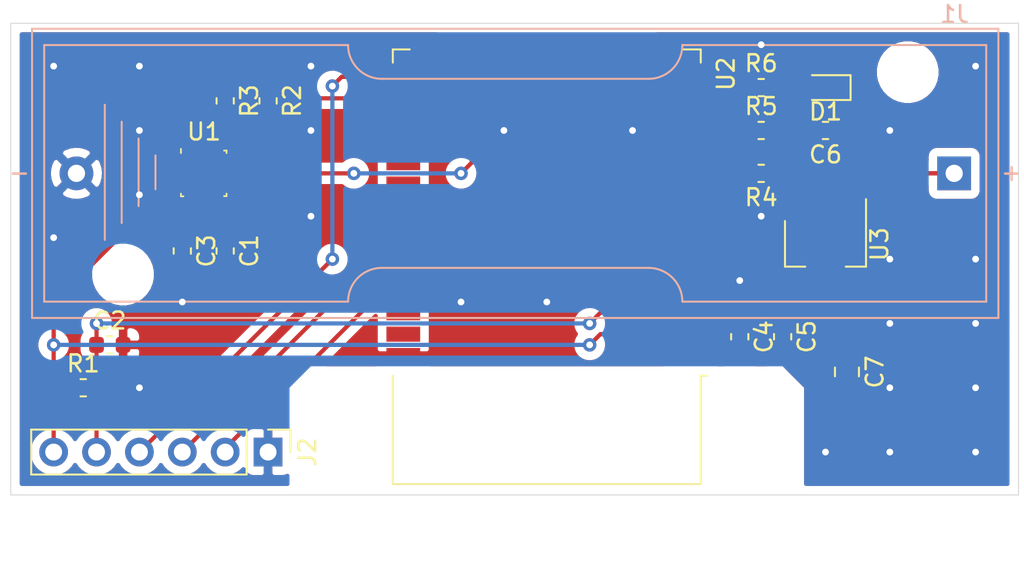
<source format=kicad_pcb>
(kicad_pcb (version 20171130) (host pcbnew 5.1.5-1.fc30)

  (general
    (thickness 1.6)
    (drawings 4)
    (tracks 137)
    (zones 0)
    (modules 19)
    (nets 39)
  )

  (page A4)
  (layers
    (0 F.Cu signal)
    (31 B.Cu signal)
    (32 B.Adhes user)
    (33 F.Adhes user)
    (34 B.Paste user)
    (35 F.Paste user)
    (36 B.SilkS user)
    (37 F.SilkS user)
    (38 B.Mask user)
    (39 F.Mask user)
    (40 Dwgs.User user)
    (41 Cmts.User user)
    (42 Eco1.User user)
    (43 Eco2.User user)
    (44 Edge.Cuts user)
    (45 Margin user)
    (46 B.CrtYd user)
    (47 F.CrtYd user)
    (48 B.Fab user)
    (49 F.Fab user)
  )

  (setup
    (last_trace_width 0.25)
    (trace_clearance 0.2)
    (zone_clearance 0.508)
    (zone_45_only no)
    (trace_min 0.2)
    (via_size 0.8)
    (via_drill 0.4)
    (via_min_size 0.4)
    (via_min_drill 0.3)
    (uvia_size 0.3)
    (uvia_drill 0.1)
    (uvias_allowed no)
    (uvia_min_size 0.2)
    (uvia_min_drill 0.1)
    (edge_width 0.05)
    (segment_width 0.2)
    (pcb_text_width 0.3)
    (pcb_text_size 1.5 1.5)
    (mod_edge_width 0.12)
    (mod_text_size 1 1)
    (mod_text_width 0.15)
    (pad_size 1.524 1.524)
    (pad_drill 0.762)
    (pad_to_mask_clearance 0.051)
    (solder_mask_min_width 0.25)
    (aux_axis_origin 0 0)
    (visible_elements FFFFFF7F)
    (pcbplotparams
      (layerselection 0x010fc_ffffffff)
      (usegerberextensions false)
      (usegerberattributes false)
      (usegerberadvancedattributes false)
      (creategerberjobfile false)
      (excludeedgelayer true)
      (linewidth 0.100000)
      (plotframeref false)
      (viasonmask false)
      (mode 1)
      (useauxorigin false)
      (hpglpennumber 1)
      (hpglpenspeed 20)
      (hpglpendiameter 15.000000)
      (psnegative false)
      (psa4output false)
      (plotreference true)
      (plotvalue true)
      (plotinvisibletext false)
      (padsonsilk false)
      (subtractmaskfromsilk false)
      (outputformat 1)
      (mirror false)
      (drillshape 1)
      (scaleselection 1)
      (outputdirectory ""))
  )

  (net 0 "")
  (net 1 GND)
  (net 2 +3V3)
  (net 3 RESET)
  (net 4 +BATT)
  (net 5 "Net-(D1-Pad2)")
  (net 6 LED)
  (net 7 RXD)
  (net 8 TXD)
  (net 9 BOOT)
  (net 10 SCL)
  (net 11 SDA)
  (net 12 VSENSE)
  (net 13 "Net-(U2-Pad37)")
  (net 14 "Net-(U2-Pad36)")
  (net 15 "Net-(U2-Pad33)")
  (net 16 "Net-(U2-Pad32)")
  (net 17 "Net-(U2-Pad31)")
  (net 18 "Net-(U2-Pad30)")
  (net 19 "Net-(U2-Pad29)")
  (net 20 "Net-(U2-Pad28)")
  (net 21 "Net-(U2-Pad27)")
  (net 22 "Net-(U2-Pad24)")
  (net 23 "Net-(U2-Pad22)")
  (net 24 "Net-(U2-Pad21)")
  (net 25 "Net-(U2-Pad20)")
  (net 26 "Net-(U2-Pad19)")
  (net 27 "Net-(U2-Pad18)")
  (net 28 "Net-(U2-Pad17)")
  (net 29 "Net-(U2-Pad13)")
  (net 30 "Net-(U2-Pad12)")
  (net 31 "Net-(U2-Pad11)")
  (net 32 "Net-(U2-Pad10)")
  (net 33 "Net-(U2-Pad9)")
  (net 34 "Net-(U2-Pad8)")
  (net 35 "Net-(U2-Pad6)")
  (net 36 "Net-(U2-Pad5)")
  (net 37 "Net-(U2-Pad4)")
  (net 38 "Net-(U2-Pad16)")

  (net_class Default "This is the default net class."
    (clearance 0.2)
    (trace_width 0.25)
    (via_dia 0.8)
    (via_drill 0.4)
    (uvia_dia 0.3)
    (uvia_drill 0.1)
    (add_net +3V3)
    (add_net +BATT)
    (add_net BOOT)
    (add_net GND)
    (add_net LED)
    (add_net "Net-(D1-Pad2)")
    (add_net "Net-(U2-Pad10)")
    (add_net "Net-(U2-Pad11)")
    (add_net "Net-(U2-Pad12)")
    (add_net "Net-(U2-Pad13)")
    (add_net "Net-(U2-Pad16)")
    (add_net "Net-(U2-Pad17)")
    (add_net "Net-(U2-Pad18)")
    (add_net "Net-(U2-Pad19)")
    (add_net "Net-(U2-Pad20)")
    (add_net "Net-(U2-Pad21)")
    (add_net "Net-(U2-Pad22)")
    (add_net "Net-(U2-Pad24)")
    (add_net "Net-(U2-Pad27)")
    (add_net "Net-(U2-Pad28)")
    (add_net "Net-(U2-Pad29)")
    (add_net "Net-(U2-Pad30)")
    (add_net "Net-(U2-Pad31)")
    (add_net "Net-(U2-Pad32)")
    (add_net "Net-(U2-Pad33)")
    (add_net "Net-(U2-Pad36)")
    (add_net "Net-(U2-Pad37)")
    (add_net "Net-(U2-Pad4)")
    (add_net "Net-(U2-Pad5)")
    (add_net "Net-(U2-Pad6)")
    (add_net "Net-(U2-Pad8)")
    (add_net "Net-(U2-Pad9)")
    (add_net RESET)
    (add_net RXD)
    (add_net SCL)
    (add_net SDA)
    (add_net TXD)
    (add_net VSENSE)
  )

  (module Capacitor_SMD:C_0805_2012Metric (layer F.Cu) (tedit 5B36C52B) (tstamp 5E0567AB)
    (at 199.39 128.6025 270)
    (descr "Capacitor SMD 0805 (2012 Metric), square (rectangular) end terminal, IPC_7351 nominal, (Body size source: https://docs.google.com/spreadsheets/d/1BsfQQcO9C6DZCsRaXUlFlo91Tg2WpOkGARC1WS5S8t0/edit?usp=sharing), generated with kicad-footprint-generator")
    (tags capacitor)
    (path /5E0257FC)
    (attr smd)
    (fp_text reference C7 (at 0 -1.65 90) (layer F.SilkS)
      (effects (font (size 1 1) (thickness 0.15)))
    )
    (fp_text value 47uF (at 0 1.65 90) (layer F.Fab)
      (effects (font (size 1 1) (thickness 0.15)))
    )
    (fp_text user %R (at 0 0 90) (layer F.Fab)
      (effects (font (size 0.5 0.5) (thickness 0.08)))
    )
    (fp_line (start 1.68 0.95) (end -1.68 0.95) (layer F.CrtYd) (width 0.05))
    (fp_line (start 1.68 -0.95) (end 1.68 0.95) (layer F.CrtYd) (width 0.05))
    (fp_line (start -1.68 -0.95) (end 1.68 -0.95) (layer F.CrtYd) (width 0.05))
    (fp_line (start -1.68 0.95) (end -1.68 -0.95) (layer F.CrtYd) (width 0.05))
    (fp_line (start -0.258578 0.71) (end 0.258578 0.71) (layer F.SilkS) (width 0.12))
    (fp_line (start -0.258578 -0.71) (end 0.258578 -0.71) (layer F.SilkS) (width 0.12))
    (fp_line (start 1 0.6) (end -1 0.6) (layer F.Fab) (width 0.1))
    (fp_line (start 1 -0.6) (end 1 0.6) (layer F.Fab) (width 0.1))
    (fp_line (start -1 -0.6) (end 1 -0.6) (layer F.Fab) (width 0.1))
    (fp_line (start -1 0.6) (end -1 -0.6) (layer F.Fab) (width 0.1))
    (pad 2 smd roundrect (at 0.9375 0 270) (size 0.975 1.4) (layers F.Cu F.Paste F.Mask) (roundrect_rratio 0.25)
      (net 1 GND))
    (pad 1 smd roundrect (at -0.9375 0 270) (size 0.975 1.4) (layers F.Cu F.Paste F.Mask) (roundrect_rratio 0.25)
      (net 2 +3V3))
    (model ${KISYS3DMOD}/Capacitor_SMD.3dshapes/C_0805_2012Metric.wrl
      (at (xyz 0 0 0))
      (scale (xyz 1 1 1))
      (rotate (xyz 0 0 0))
    )
  )

  (module Capacitor_SMD:C_0603_1608Metric (layer F.Cu) (tedit 5B301BBE) (tstamp 5E059A44)
    (at 195.58 126.5175 270)
    (descr "Capacitor SMD 0603 (1608 Metric), square (rectangular) end terminal, IPC_7351 nominal, (Body size source: http://www.tortai-tech.com/upload/download/2011102023233369053.pdf), generated with kicad-footprint-generator")
    (tags capacitor)
    (path /5E045B77)
    (attr smd)
    (fp_text reference C5 (at 0 -1.43 90) (layer F.SilkS)
      (effects (font (size 1 1) (thickness 0.15)))
    )
    (fp_text value 100nF (at 0 1.43 90) (layer F.Fab)
      (effects (font (size 1 1) (thickness 0.15)))
    )
    (fp_text user %R (at 0 0 90) (layer F.Fab)
      (effects (font (size 0.4 0.4) (thickness 0.06)))
    )
    (fp_line (start 1.48 0.73) (end -1.48 0.73) (layer F.CrtYd) (width 0.05))
    (fp_line (start 1.48 -0.73) (end 1.48 0.73) (layer F.CrtYd) (width 0.05))
    (fp_line (start -1.48 -0.73) (end 1.48 -0.73) (layer F.CrtYd) (width 0.05))
    (fp_line (start -1.48 0.73) (end -1.48 -0.73) (layer F.CrtYd) (width 0.05))
    (fp_line (start -0.162779 0.51) (end 0.162779 0.51) (layer F.SilkS) (width 0.12))
    (fp_line (start -0.162779 -0.51) (end 0.162779 -0.51) (layer F.SilkS) (width 0.12))
    (fp_line (start 0.8 0.4) (end -0.8 0.4) (layer F.Fab) (width 0.1))
    (fp_line (start 0.8 -0.4) (end 0.8 0.4) (layer F.Fab) (width 0.1))
    (fp_line (start -0.8 -0.4) (end 0.8 -0.4) (layer F.Fab) (width 0.1))
    (fp_line (start -0.8 0.4) (end -0.8 -0.4) (layer F.Fab) (width 0.1))
    (pad 2 smd roundrect (at 0.7875 0 270) (size 0.875 0.95) (layers F.Cu F.Paste F.Mask) (roundrect_rratio 0.25)
      (net 1 GND))
    (pad 1 smd roundrect (at -0.7875 0 270) (size 0.875 0.95) (layers F.Cu F.Paste F.Mask) (roundrect_rratio 0.25)
      (net 2 +3V3))
    (model ${KISYS3DMOD}/Capacitor_SMD.3dshapes/C_0603_1608Metric.wrl
      (at (xyz 0 0 0))
      (scale (xyz 1 1 1))
      (rotate (xyz 0 0 0))
    )
  )

  (module Capacitor_SMD:C_0603_1608Metric (layer F.Cu) (tedit 5B301BBE) (tstamp 5E0597C1)
    (at 193.04 126.5175 270)
    (descr "Capacitor SMD 0603 (1608 Metric), square (rectangular) end terminal, IPC_7351 nominal, (Body size source: http://www.tortai-tech.com/upload/download/2011102023233369053.pdf), generated with kicad-footprint-generator")
    (tags capacitor)
    (path /5E044E6E)
    (attr smd)
    (fp_text reference C4 (at 0 -1.43 90) (layer F.SilkS)
      (effects (font (size 1 1) (thickness 0.15)))
    )
    (fp_text value 10uF (at 0 1.43 90) (layer F.Fab)
      (effects (font (size 1 1) (thickness 0.15)))
    )
    (fp_text user %R (at 0 0 90) (layer F.Fab)
      (effects (font (size 0.4 0.4) (thickness 0.06)))
    )
    (fp_line (start 1.48 0.73) (end -1.48 0.73) (layer F.CrtYd) (width 0.05))
    (fp_line (start 1.48 -0.73) (end 1.48 0.73) (layer F.CrtYd) (width 0.05))
    (fp_line (start -1.48 -0.73) (end 1.48 -0.73) (layer F.CrtYd) (width 0.05))
    (fp_line (start -1.48 0.73) (end -1.48 -0.73) (layer F.CrtYd) (width 0.05))
    (fp_line (start -0.162779 0.51) (end 0.162779 0.51) (layer F.SilkS) (width 0.12))
    (fp_line (start -0.162779 -0.51) (end 0.162779 -0.51) (layer F.SilkS) (width 0.12))
    (fp_line (start 0.8 0.4) (end -0.8 0.4) (layer F.Fab) (width 0.1))
    (fp_line (start 0.8 -0.4) (end 0.8 0.4) (layer F.Fab) (width 0.1))
    (fp_line (start -0.8 -0.4) (end 0.8 -0.4) (layer F.Fab) (width 0.1))
    (fp_line (start -0.8 0.4) (end -0.8 -0.4) (layer F.Fab) (width 0.1))
    (pad 2 smd roundrect (at 0.7875 0 270) (size 0.875 0.95) (layers F.Cu F.Paste F.Mask) (roundrect_rratio 0.25)
      (net 1 GND))
    (pad 1 smd roundrect (at -0.7875 0 270) (size 0.875 0.95) (layers F.Cu F.Paste F.Mask) (roundrect_rratio 0.25)
      (net 2 +3V3))
    (model ${KISYS3DMOD}/Capacitor_SMD.3dshapes/C_0603_1608Metric.wrl
      (at (xyz 0 0 0))
      (scale (xyz 1 1 1))
      (rotate (xyz 0 0 0))
    )
  )

  (module Battery:BatteryHolder_Keystone_2460_1xAA (layer B.Cu) (tedit 5DBEA3CC) (tstamp 5E05E78C)
    (at 205.74 116.84 180)
    (descr https://www.keyelco.com/product-pdf.cfm?p=1025)
    (tags "AA battery cell holder")
    (path /5E02A945)
    (fp_text reference J1 (at -0.02 9.42 180) (layer B.SilkS)
      (effects (font (size 1 1) (thickness 0.15)) (justify mirror))
    )
    (fp_text value "Battery Holder" (at 24.5 0 180) (layer B.Fab)
      (effects (font (size 1 1) (thickness 0.15)) (justify mirror))
    )
    (fp_line (start 54.5 -8.445) (end 54.5 8.445) (layer B.Fab) (width 0.1))
    (fp_line (start -2.5 -8.445) (end 54.5 -8.445) (layer B.Fab) (width 0.1))
    (fp_line (start -2.5 8.445) (end -2.5 -8.445) (layer B.Fab) (width 0.1))
    (fp_line (start 54.5 8.445) (end -2.5 8.445) (layer B.Fab) (width 0.1))
    (fp_line (start -2.75 -8.7) (end -2.75 8.7) (layer B.CrtYd) (width 0.05))
    (fp_line (start -2.75 8.7) (end 54.75 8.7) (layer B.CrtYd) (width 0.05))
    (fp_line (start 54.75 8.7) (end 54.75 -8.7) (layer B.CrtYd) (width 0.05))
    (fp_line (start 54.75 -8.7) (end -2.75 -8.7) (layer B.CrtYd) (width 0.05))
    (fp_text user + (at -3.4 0.06) (layer B.SilkS)
      (effects (font (size 1 1) (thickness 0.15)) (justify mirror))
    )
    (fp_text user - (at 55.37 0.06) (layer B.SilkS)
      (effects (font (size 1 1) (thickness 0.15)) (justify mirror))
    )
    (fp_line (start 48.31 2.06) (end 48.31 -1.94) (layer B.SilkS) (width 0.12))
    (fp_line (start 49.31 -2.94) (end 49.31 3.06) (layer B.SilkS) (width 0.12))
    (fp_line (start 50.31 4.06) (end 50.31 -3.94) (layer B.SilkS) (width 0.12))
    (fp_line (start 47.31 1.06) (end 47.31 -0.94) (layer B.SilkS) (width 0.12))
    (fp_line (start 54.62 8.565) (end 54.62 -8.565) (layer B.SilkS) (width 0.12))
    (fp_line (start 54.62 -8.565) (end -2.62 -8.565) (layer B.SilkS) (width 0.12))
    (fp_line (start -2.62 -8.565) (end -2.62 8.565) (layer B.SilkS) (width 0.12))
    (fp_line (start -2.62 8.565) (end 54.62 8.565) (layer B.SilkS) (width 0.12))
    (fp_text user %R (at 0.01 0.06) (layer B.Fab)
      (effects (font (size 1 1) (thickness 0.15)) (justify mirror))
    )
    (fp_line (start -1.9 7.6) (end -1.9 -7.6) (layer B.SilkS) (width 0.12))
    (fp_line (start -1.9 -7.6) (end 16.1 -7.6) (layer B.SilkS) (width 0.12))
    (fp_line (start 53.9 7.6) (end 53.9 -7.6) (layer B.SilkS) (width 0.12))
    (fp_line (start -1.9 7.6) (end 16.1 7.6) (layer B.SilkS) (width 0.12))
    (fp_line (start 35.9 7.6) (end 53.9 7.6) (layer B.SilkS) (width 0.12))
    (fp_line (start 35.9 -7.6) (end 53.9 -7.6) (layer B.SilkS) (width 0.12))
    (fp_arc (start 18.1 -7.6) (end 18.1 -5.6) (angle 90) (layer B.SilkS) (width 0.12))
    (fp_arc (start 33.9 -7.6) (end 35.9 -7.6) (angle 90) (layer B.SilkS) (width 0.12))
    (fp_arc (start 33.9 7.6) (end 33.9 5.6) (angle 90) (layer B.SilkS) (width 0.12))
    (fp_arc (start 18.1 7.6) (end 16.1 7.6) (angle 90) (layer B.SilkS) (width 0.12))
    (fp_line (start 18.1 5.6) (end 33.9 5.6) (layer B.SilkS) (width 0.12))
    (fp_line (start 33.9 -5.6) (end 18.1 -5.6) (layer B.SilkS) (width 0.12))
    (pad 1 thru_hole rect (at 0 0) (size 2 2) (drill 1.02) (layers *.Cu *.Mask)
      (net 4 +BATT))
    (pad 2 thru_hole circle (at 51.99 0) (size 2 2) (drill 1.02) (layers *.Cu *.Mask)
      (net 1 GND))
    (pad "" np_thru_hole circle (at 49.23 -5.995 180) (size 2.64 2.64) (drill 2.64) (layers *.Cu *.Mask))
    (pad "" np_thru_hole circle (at 2.75 5.995 90) (size 2.64 2.64) (drill 2.64) (layers *.Cu *.Mask))
    (model ${KISYS3DMOD}/Battery.3dshapes/BatteryHolder_Keystone_2460_1xAA.wrl
      (at (xyz 0 0 0))
      (scale (xyz 1 1 1))
      (rotate (xyz 0 0 0))
    )
  )

  (module Capacitor_SMD:C_0603_1608Metric (layer F.Cu) (tedit 5B301BBE) (tstamp 5E055BC9)
    (at 160.02 121.4375 270)
    (descr "Capacitor SMD 0603 (1608 Metric), square (rectangular) end terminal, IPC_7351 nominal, (Body size source: http://www.tortai-tech.com/upload/download/2011102023233369053.pdf), generated with kicad-footprint-generator")
    (tags capacitor)
    (path /5DFFC2E3)
    (attr smd)
    (fp_text reference C3 (at 0 -1.43 90) (layer F.SilkS)
      (effects (font (size 1 1) (thickness 0.15)))
    )
    (fp_text value 100nF (at 0 1.43 90) (layer F.Fab)
      (effects (font (size 1 1) (thickness 0.15)))
    )
    (fp_text user %R (at 0 0 90) (layer F.Fab)
      (effects (font (size 0.4 0.4) (thickness 0.06)))
    )
    (fp_line (start 1.48 0.73) (end -1.48 0.73) (layer F.CrtYd) (width 0.05))
    (fp_line (start 1.48 -0.73) (end 1.48 0.73) (layer F.CrtYd) (width 0.05))
    (fp_line (start -1.48 -0.73) (end 1.48 -0.73) (layer F.CrtYd) (width 0.05))
    (fp_line (start -1.48 0.73) (end -1.48 -0.73) (layer F.CrtYd) (width 0.05))
    (fp_line (start -0.162779 0.51) (end 0.162779 0.51) (layer F.SilkS) (width 0.12))
    (fp_line (start -0.162779 -0.51) (end 0.162779 -0.51) (layer F.SilkS) (width 0.12))
    (fp_line (start 0.8 0.4) (end -0.8 0.4) (layer F.Fab) (width 0.1))
    (fp_line (start 0.8 -0.4) (end 0.8 0.4) (layer F.Fab) (width 0.1))
    (fp_line (start -0.8 -0.4) (end 0.8 -0.4) (layer F.Fab) (width 0.1))
    (fp_line (start -0.8 0.4) (end -0.8 -0.4) (layer F.Fab) (width 0.1))
    (pad 2 smd roundrect (at 0.7875 0 270) (size 0.875 0.95) (layers F.Cu F.Paste F.Mask) (roundrect_rratio 0.25)
      (net 1 GND))
    (pad 1 smd roundrect (at -0.7875 0 270) (size 0.875 0.95) (layers F.Cu F.Paste F.Mask) (roundrect_rratio 0.25)
      (net 2 +3V3))
    (model ${KISYS3DMOD}/Capacitor_SMD.3dshapes/C_0603_1608Metric.wrl
      (at (xyz 0 0 0))
      (scale (xyz 1 1 1))
      (rotate (xyz 0 0 0))
    )
  )

  (module Capacitor_SMD:C_0603_1608Metric (layer F.Cu) (tedit 5B301BBE) (tstamp 5E058F8E)
    (at 198.12 114.3 180)
    (descr "Capacitor SMD 0603 (1608 Metric), square (rectangular) end terminal, IPC_7351 nominal, (Body size source: http://www.tortai-tech.com/upload/download/2011102023233369053.pdf), generated with kicad-footprint-generator")
    (tags capacitor)
    (path /5E0253E2)
    (attr smd)
    (fp_text reference C6 (at 0 -1.43) (layer F.SilkS)
      (effects (font (size 1 1) (thickness 0.15)))
    )
    (fp_text value 10uF (at 0 1.43) (layer F.Fab)
      (effects (font (size 1 1) (thickness 0.15)))
    )
    (fp_text user %R (at 0 0) (layer F.Fab)
      (effects (font (size 0.4 0.4) (thickness 0.06)))
    )
    (fp_line (start 1.48 0.73) (end -1.48 0.73) (layer F.CrtYd) (width 0.05))
    (fp_line (start 1.48 -0.73) (end 1.48 0.73) (layer F.CrtYd) (width 0.05))
    (fp_line (start -1.48 -0.73) (end 1.48 -0.73) (layer F.CrtYd) (width 0.05))
    (fp_line (start -1.48 0.73) (end -1.48 -0.73) (layer F.CrtYd) (width 0.05))
    (fp_line (start -0.162779 0.51) (end 0.162779 0.51) (layer F.SilkS) (width 0.12))
    (fp_line (start -0.162779 -0.51) (end 0.162779 -0.51) (layer F.SilkS) (width 0.12))
    (fp_line (start 0.8 0.4) (end -0.8 0.4) (layer F.Fab) (width 0.1))
    (fp_line (start 0.8 -0.4) (end 0.8 0.4) (layer F.Fab) (width 0.1))
    (fp_line (start -0.8 -0.4) (end 0.8 -0.4) (layer F.Fab) (width 0.1))
    (fp_line (start -0.8 0.4) (end -0.8 -0.4) (layer F.Fab) (width 0.1))
    (pad 2 smd roundrect (at 0.7875 0 180) (size 0.875 0.95) (layers F.Cu F.Paste F.Mask) (roundrect_rratio 0.25)
      (net 1 GND))
    (pad 1 smd roundrect (at -0.7875 0 180) (size 0.875 0.95) (layers F.Cu F.Paste F.Mask) (roundrect_rratio 0.25)
      (net 4 +BATT))
    (model ${KISYS3DMOD}/Capacitor_SMD.3dshapes/C_0603_1608Metric.wrl
      (at (xyz 0 0 0))
      (scale (xyz 1 1 1))
      (rotate (xyz 0 0 0))
    )
  )

  (module Resistor_SMD:R_0603_1608Metric (layer F.Cu) (tedit 5B301BBD) (tstamp 5E054F92)
    (at 165.1 112.5475 270)
    (descr "Resistor SMD 0603 (1608 Metric), square (rectangular) end terminal, IPC_7351 nominal, (Body size source: http://www.tortai-tech.com/upload/download/2011102023233369053.pdf), generated with kicad-footprint-generator")
    (tags resistor)
    (path /5E00CAB2)
    (attr smd)
    (fp_text reference R2 (at 0 -1.43 90) (layer F.SilkS)
      (effects (font (size 1 1) (thickness 0.15)))
    )
    (fp_text value 4K7 (at 0 1.43 90) (layer F.Fab)
      (effects (font (size 1 1) (thickness 0.15)))
    )
    (fp_text user %R (at 0 0 90) (layer F.Fab)
      (effects (font (size 0.4 0.4) (thickness 0.06)))
    )
    (fp_line (start 1.48 0.73) (end -1.48 0.73) (layer F.CrtYd) (width 0.05))
    (fp_line (start 1.48 -0.73) (end 1.48 0.73) (layer F.CrtYd) (width 0.05))
    (fp_line (start -1.48 -0.73) (end 1.48 -0.73) (layer F.CrtYd) (width 0.05))
    (fp_line (start -1.48 0.73) (end -1.48 -0.73) (layer F.CrtYd) (width 0.05))
    (fp_line (start -0.162779 0.51) (end 0.162779 0.51) (layer F.SilkS) (width 0.12))
    (fp_line (start -0.162779 -0.51) (end 0.162779 -0.51) (layer F.SilkS) (width 0.12))
    (fp_line (start 0.8 0.4) (end -0.8 0.4) (layer F.Fab) (width 0.1))
    (fp_line (start 0.8 -0.4) (end 0.8 0.4) (layer F.Fab) (width 0.1))
    (fp_line (start -0.8 -0.4) (end 0.8 -0.4) (layer F.Fab) (width 0.1))
    (fp_line (start -0.8 0.4) (end -0.8 -0.4) (layer F.Fab) (width 0.1))
    (pad 2 smd roundrect (at 0.7875 0 270) (size 0.875 0.95) (layers F.Cu F.Paste F.Mask) (roundrect_rratio 0.25)
      (net 10 SCL))
    (pad 1 smd roundrect (at -0.7875 0 270) (size 0.875 0.95) (layers F.Cu F.Paste F.Mask) (roundrect_rratio 0.25)
      (net 2 +3V3))
    (model ${KISYS3DMOD}/Resistor_SMD.3dshapes/R_0603_1608Metric.wrl
      (at (xyz 0 0 0))
      (scale (xyz 1 1 1))
      (rotate (xyz 0 0 0))
    )
  )

  (module Resistor_SMD:R_0603_1608Metric (layer F.Cu) (tedit 5B301BBD) (tstamp 5E054FA3)
    (at 162.56 112.5475 270)
    (descr "Resistor SMD 0603 (1608 Metric), square (rectangular) end terminal, IPC_7351 nominal, (Body size source: http://www.tortai-tech.com/upload/download/2011102023233369053.pdf), generated with kicad-footprint-generator")
    (tags resistor)
    (path /5E00D8EB)
    (attr smd)
    (fp_text reference R3 (at 0 -1.43 90) (layer F.SilkS)
      (effects (font (size 1 1) (thickness 0.15)))
    )
    (fp_text value 4K7 (at 0 1.43 90) (layer F.Fab)
      (effects (font (size 1 1) (thickness 0.15)))
    )
    (fp_text user %R (at 0 0 90) (layer F.Fab)
      (effects (font (size 0.4 0.4) (thickness 0.06)))
    )
    (fp_line (start 1.48 0.73) (end -1.48 0.73) (layer F.CrtYd) (width 0.05))
    (fp_line (start 1.48 -0.73) (end 1.48 0.73) (layer F.CrtYd) (width 0.05))
    (fp_line (start -1.48 -0.73) (end 1.48 -0.73) (layer F.CrtYd) (width 0.05))
    (fp_line (start -1.48 0.73) (end -1.48 -0.73) (layer F.CrtYd) (width 0.05))
    (fp_line (start -0.162779 0.51) (end 0.162779 0.51) (layer F.SilkS) (width 0.12))
    (fp_line (start -0.162779 -0.51) (end 0.162779 -0.51) (layer F.SilkS) (width 0.12))
    (fp_line (start 0.8 0.4) (end -0.8 0.4) (layer F.Fab) (width 0.1))
    (fp_line (start 0.8 -0.4) (end 0.8 0.4) (layer F.Fab) (width 0.1))
    (fp_line (start -0.8 -0.4) (end 0.8 -0.4) (layer F.Fab) (width 0.1))
    (fp_line (start -0.8 0.4) (end -0.8 -0.4) (layer F.Fab) (width 0.1))
    (pad 2 smd roundrect (at 0.7875 0 270) (size 0.875 0.95) (layers F.Cu F.Paste F.Mask) (roundrect_rratio 0.25)
      (net 11 SDA))
    (pad 1 smd roundrect (at -0.7875 0 270) (size 0.875 0.95) (layers F.Cu F.Paste F.Mask) (roundrect_rratio 0.25)
      (net 2 +3V3))
    (model ${KISYS3DMOD}/Resistor_SMD.3dshapes/R_0603_1608Metric.wrl
      (at (xyz 0 0 0))
      (scale (xyz 1 1 1))
      (rotate (xyz 0 0 0))
    )
  )

  (module LED_SMD:LED_0603_1608Metric (layer F.Cu) (tedit 5B301BBE) (tstamp 5E05C332)
    (at 198.12 111.76 180)
    (descr "LED SMD 0603 (1608 Metric), square (rectangular) end terminal, IPC_7351 nominal, (Body size source: http://www.tortai-tech.com/upload/download/2011102023233369053.pdf), generated with kicad-footprint-generator")
    (tags diode)
    (path /5E0E67E5)
    (attr smd)
    (fp_text reference D1 (at 0 -1.43) (layer F.SilkS)
      (effects (font (size 1 1) (thickness 0.15)))
    )
    (fp_text value LED (at 0 1.43) (layer F.Fab)
      (effects (font (size 1 1) (thickness 0.15)))
    )
    (fp_text user %R (at 0 0) (layer F.Fab)
      (effects (font (size 0.4 0.4) (thickness 0.06)))
    )
    (fp_line (start 1.48 0.73) (end -1.48 0.73) (layer F.CrtYd) (width 0.05))
    (fp_line (start 1.48 -0.73) (end 1.48 0.73) (layer F.CrtYd) (width 0.05))
    (fp_line (start -1.48 -0.73) (end 1.48 -0.73) (layer F.CrtYd) (width 0.05))
    (fp_line (start -1.48 0.73) (end -1.48 -0.73) (layer F.CrtYd) (width 0.05))
    (fp_line (start -1.485 0.735) (end 0.8 0.735) (layer F.SilkS) (width 0.12))
    (fp_line (start -1.485 -0.735) (end -1.485 0.735) (layer F.SilkS) (width 0.12))
    (fp_line (start 0.8 -0.735) (end -1.485 -0.735) (layer F.SilkS) (width 0.12))
    (fp_line (start 0.8 0.4) (end 0.8 -0.4) (layer F.Fab) (width 0.1))
    (fp_line (start -0.8 0.4) (end 0.8 0.4) (layer F.Fab) (width 0.1))
    (fp_line (start -0.8 -0.1) (end -0.8 0.4) (layer F.Fab) (width 0.1))
    (fp_line (start -0.5 -0.4) (end -0.8 -0.1) (layer F.Fab) (width 0.1))
    (fp_line (start 0.8 -0.4) (end -0.5 -0.4) (layer F.Fab) (width 0.1))
    (pad 2 smd roundrect (at 0.7875 0 180) (size 0.875 0.95) (layers F.Cu F.Paste F.Mask) (roundrect_rratio 0.25)
      (net 5 "Net-(D1-Pad2)"))
    (pad 1 smd roundrect (at -0.7875 0 180) (size 0.875 0.95) (layers F.Cu F.Paste F.Mask) (roundrect_rratio 0.25)
      (net 1 GND))
    (model ${KISYS3DMOD}/LED_SMD.3dshapes/LED_0603_1608Metric.wrl
      (at (xyz 0 0 0))
      (scale (xyz 1 1 1))
      (rotate (xyz 0 0 0))
    )
  )

  (module RF_Module:ESP32-WROOM-32 (layer F.Cu) (tedit 5B5B4654) (tstamp 5E05776F)
    (at 181.61 119.38 180)
    (descr "Single 2.4 GHz Wi-Fi and Bluetooth combo chip https://www.espressif.com/sites/default/files/documentation/esp32-wroom-32_datasheet_en.pdf")
    (tags "Single 2.4 GHz Wi-Fi and Bluetooth combo  chip")
    (path /5E03806F)
    (attr smd)
    (fp_text reference U2 (at -10.61 8.43 90) (layer F.SilkS)
      (effects (font (size 1 1) (thickness 0.15)))
    )
    (fp_text value ESP32-WROOM-32 (at 0 11.5) (layer F.Fab)
      (effects (font (size 1 1) (thickness 0.15)))
    )
    (fp_line (start -9.12 -9.445) (end -9.5 -9.445) (layer F.SilkS) (width 0.12))
    (fp_line (start -9.12 -15.865) (end -9.12 -9.445) (layer F.SilkS) (width 0.12))
    (fp_line (start 9.12 -15.865) (end 9.12 -9.445) (layer F.SilkS) (width 0.12))
    (fp_line (start -9.12 -15.865) (end 9.12 -15.865) (layer F.SilkS) (width 0.12))
    (fp_line (start 9.12 9.88) (end 8.12 9.88) (layer F.SilkS) (width 0.12))
    (fp_line (start 9.12 9.1) (end 9.12 9.88) (layer F.SilkS) (width 0.12))
    (fp_line (start -9.12 9.88) (end -8.12 9.88) (layer F.SilkS) (width 0.12))
    (fp_line (start -9.12 9.1) (end -9.12 9.88) (layer F.SilkS) (width 0.12))
    (fp_line (start 8.4 -20.6) (end 8.2 -20.4) (layer Cmts.User) (width 0.1))
    (fp_line (start 8.4 -16) (end 8.4 -20.6) (layer Cmts.User) (width 0.1))
    (fp_line (start 8.4 -20.6) (end 8.6 -20.4) (layer Cmts.User) (width 0.1))
    (fp_line (start 8.4 -16) (end 8.6 -16.2) (layer Cmts.User) (width 0.1))
    (fp_line (start 8.4 -16) (end 8.2 -16.2) (layer Cmts.User) (width 0.1))
    (fp_line (start -9.2 -13.875) (end -9.4 -14.075) (layer Cmts.User) (width 0.1))
    (fp_line (start -13.8 -13.875) (end -9.2 -13.875) (layer Cmts.User) (width 0.1))
    (fp_line (start -9.2 -13.875) (end -9.4 -13.675) (layer Cmts.User) (width 0.1))
    (fp_line (start -13.8 -13.875) (end -13.6 -13.675) (layer Cmts.User) (width 0.1))
    (fp_line (start -13.8 -13.875) (end -13.6 -14.075) (layer Cmts.User) (width 0.1))
    (fp_line (start 9.2 -13.875) (end 9.4 -13.675) (layer Cmts.User) (width 0.1))
    (fp_line (start 9.2 -13.875) (end 9.4 -14.075) (layer Cmts.User) (width 0.1))
    (fp_line (start 13.8 -13.875) (end 13.6 -13.675) (layer Cmts.User) (width 0.1))
    (fp_line (start 13.8 -13.875) (end 13.6 -14.075) (layer Cmts.User) (width 0.1))
    (fp_line (start 9.2 -13.875) (end 13.8 -13.875) (layer Cmts.User) (width 0.1))
    (fp_line (start 14 -11.585) (end 12 -9.97) (layer Dwgs.User) (width 0.1))
    (fp_line (start 14 -13.2) (end 10 -9.97) (layer Dwgs.User) (width 0.1))
    (fp_line (start 14 -14.815) (end 8 -9.97) (layer Dwgs.User) (width 0.1))
    (fp_line (start 14 -16.43) (end 6 -9.97) (layer Dwgs.User) (width 0.1))
    (fp_line (start 14 -18.045) (end 4 -9.97) (layer Dwgs.User) (width 0.1))
    (fp_line (start 14 -19.66) (end 2 -9.97) (layer Dwgs.User) (width 0.1))
    (fp_line (start 13.475 -20.75) (end 0 -9.97) (layer Dwgs.User) (width 0.1))
    (fp_line (start 11.475 -20.75) (end -2 -9.97) (layer Dwgs.User) (width 0.1))
    (fp_line (start 9.475 -20.75) (end -4 -9.97) (layer Dwgs.User) (width 0.1))
    (fp_line (start 7.475 -20.75) (end -6 -9.97) (layer Dwgs.User) (width 0.1))
    (fp_line (start -8 -9.97) (end 5.475 -20.75) (layer Dwgs.User) (width 0.1))
    (fp_line (start 3.475 -20.75) (end -10 -9.97) (layer Dwgs.User) (width 0.1))
    (fp_line (start 1.475 -20.75) (end -12 -9.97) (layer Dwgs.User) (width 0.1))
    (fp_line (start -0.525 -20.75) (end -14 -9.97) (layer Dwgs.User) (width 0.1))
    (fp_line (start -2.525 -20.75) (end -14 -11.585) (layer Dwgs.User) (width 0.1))
    (fp_line (start -4.525 -20.75) (end -14 -13.2) (layer Dwgs.User) (width 0.1))
    (fp_line (start -6.525 -20.75) (end -14 -14.815) (layer Dwgs.User) (width 0.1))
    (fp_line (start -8.525 -20.75) (end -14 -16.43) (layer Dwgs.User) (width 0.1))
    (fp_line (start -10.525 -20.75) (end -14 -18.045) (layer Dwgs.User) (width 0.1))
    (fp_line (start -12.525 -20.75) (end -14 -19.66) (layer Dwgs.User) (width 0.1))
    (fp_line (start 9.75 -9.72) (end 14.25 -9.72) (layer F.CrtYd) (width 0.05))
    (fp_line (start -14.25 -9.72) (end -9.75 -9.72) (layer F.CrtYd) (width 0.05))
    (fp_line (start 14.25 -21) (end 14.25 -9.72) (layer F.CrtYd) (width 0.05))
    (fp_line (start -14.25 -21) (end -14.25 -9.72) (layer F.CrtYd) (width 0.05))
    (fp_line (start 14 -20.75) (end -14 -20.75) (layer Dwgs.User) (width 0.1))
    (fp_line (start 14 -9.97) (end 14 -20.75) (layer Dwgs.User) (width 0.1))
    (fp_line (start 14 -9.97) (end -14 -9.97) (layer Dwgs.User) (width 0.1))
    (fp_line (start -9 -9.02) (end -8.5 -9.52) (layer F.Fab) (width 0.1))
    (fp_line (start -8.5 -9.52) (end -9 -10.02) (layer F.Fab) (width 0.1))
    (fp_line (start -9 -9.02) (end -9 9.76) (layer F.Fab) (width 0.1))
    (fp_line (start -14.25 -21) (end 14.25 -21) (layer F.CrtYd) (width 0.05))
    (fp_line (start 9.75 -9.72) (end 9.75 10.5) (layer F.CrtYd) (width 0.05))
    (fp_line (start -9.75 10.5) (end 9.75 10.5) (layer F.CrtYd) (width 0.05))
    (fp_line (start -9.75 10.5) (end -9.75 -9.72) (layer F.CrtYd) (width 0.05))
    (fp_line (start -9 -15.745) (end 9 -15.745) (layer F.Fab) (width 0.1))
    (fp_line (start -9 -15.745) (end -9 -10.02) (layer F.Fab) (width 0.1))
    (fp_line (start -9 9.76) (end 9 9.76) (layer F.Fab) (width 0.1))
    (fp_line (start 9 9.76) (end 9 -15.745) (layer F.Fab) (width 0.1))
    (fp_line (start -14 -9.97) (end -14 -20.75) (layer Dwgs.User) (width 0.1))
    (fp_text user "5 mm" (at 7.8 -19.075 90) (layer Cmts.User)
      (effects (font (size 0.5 0.5) (thickness 0.1)))
    )
    (fp_text user "5 mm" (at -11.2 -14.375) (layer Cmts.User)
      (effects (font (size 0.5 0.5) (thickness 0.1)))
    )
    (fp_text user "5 mm" (at 11.8 -14.375) (layer Cmts.User)
      (effects (font (size 0.5 0.5) (thickness 0.1)))
    )
    (fp_text user Antenna (at 0 -13 180) (layer Cmts.User)
      (effects (font (size 1 1) (thickness 0.15)))
    )
    (fp_text user "KEEP-OUT ZONE" (at 0 -19) (layer Cmts.User)
      (effects (font (size 1 1) (thickness 0.15)))
    )
    (fp_text user %R (at 0 0) (layer F.Fab)
      (effects (font (size 1 1) (thickness 0.15)))
    )
    (pad 38 smd rect (at 8.5 -8.255 180) (size 2 0.9) (layers F.Cu F.Paste F.Mask)
      (net 1 GND))
    (pad 37 smd rect (at 8.5 -6.985 180) (size 2 0.9) (layers F.Cu F.Paste F.Mask)
      (net 13 "Net-(U2-Pad37)"))
    (pad 36 smd rect (at 8.5 -5.715 180) (size 2 0.9) (layers F.Cu F.Paste F.Mask)
      (net 14 "Net-(U2-Pad36)"))
    (pad 35 smd rect (at 8.5 -4.445 180) (size 2 0.9) (layers F.Cu F.Paste F.Mask)
      (net 8 TXD))
    (pad 34 smd rect (at 8.5 -3.175 180) (size 2 0.9) (layers F.Cu F.Paste F.Mask)
      (net 7 RXD))
    (pad 33 smd rect (at 8.5 -1.905 180) (size 2 0.9) (layers F.Cu F.Paste F.Mask)
      (net 15 "Net-(U2-Pad33)"))
    (pad 32 smd rect (at 8.5 -0.635 180) (size 2 0.9) (layers F.Cu F.Paste F.Mask)
      (net 16 "Net-(U2-Pad32)"))
    (pad 31 smd rect (at 8.5 0.635 180) (size 2 0.9) (layers F.Cu F.Paste F.Mask)
      (net 17 "Net-(U2-Pad31)"))
    (pad 30 smd rect (at 8.5 1.905 180) (size 2 0.9) (layers F.Cu F.Paste F.Mask)
      (net 18 "Net-(U2-Pad30)"))
    (pad 29 smd rect (at 8.5 3.175 180) (size 2 0.9) (layers F.Cu F.Paste F.Mask)
      (net 19 "Net-(U2-Pad29)"))
    (pad 28 smd rect (at 8.5 4.445 180) (size 2 0.9) (layers F.Cu F.Paste F.Mask)
      (net 20 "Net-(U2-Pad28)"))
    (pad 27 smd rect (at 8.5 5.715 180) (size 2 0.9) (layers F.Cu F.Paste F.Mask)
      (net 21 "Net-(U2-Pad27)"))
    (pad 26 smd rect (at 8.5 6.985 180) (size 2 0.9) (layers F.Cu F.Paste F.Mask)
      (net 10 SCL))
    (pad 25 smd rect (at 8.5 8.255 180) (size 2 0.9) (layers F.Cu F.Paste F.Mask)
      (net 9 BOOT))
    (pad 24 smd rect (at 5.715 9.255 270) (size 2 0.9) (layers F.Cu F.Paste F.Mask)
      (net 22 "Net-(U2-Pad24)"))
    (pad 23 smd rect (at 4.445 9.255 270) (size 2 0.9) (layers F.Cu F.Paste F.Mask)
      (net 11 SDA))
    (pad 22 smd rect (at 3.175 9.255 270) (size 2 0.9) (layers F.Cu F.Paste F.Mask)
      (net 23 "Net-(U2-Pad22)"))
    (pad 21 smd rect (at 1.905 9.255 270) (size 2 0.9) (layers F.Cu F.Paste F.Mask)
      (net 24 "Net-(U2-Pad21)"))
    (pad 20 smd rect (at 0.635 9.255 270) (size 2 0.9) (layers F.Cu F.Paste F.Mask)
      (net 25 "Net-(U2-Pad20)"))
    (pad 19 smd rect (at -0.635 9.255 270) (size 2 0.9) (layers F.Cu F.Paste F.Mask)
      (net 26 "Net-(U2-Pad19)"))
    (pad 18 smd rect (at -1.905 9.255 270) (size 2 0.9) (layers F.Cu F.Paste F.Mask)
      (net 27 "Net-(U2-Pad18)"))
    (pad 17 smd rect (at -3.175 9.255 270) (size 2 0.9) (layers F.Cu F.Paste F.Mask)
      (net 28 "Net-(U2-Pad17)"))
    (pad 16 smd rect (at -4.445 9.255 270) (size 2 0.9) (layers F.Cu F.Paste F.Mask)
      (net 38 "Net-(U2-Pad16)"))
    (pad 15 smd rect (at -5.715 9.255 270) (size 2 0.9) (layers F.Cu F.Paste F.Mask)
      (net 1 GND))
    (pad 14 smd rect (at -8.5 8.255 180) (size 2 0.9) (layers F.Cu F.Paste F.Mask)
      (net 6 LED))
    (pad 13 smd rect (at -8.5 6.985 180) (size 2 0.9) (layers F.Cu F.Paste F.Mask)
      (net 29 "Net-(U2-Pad13)"))
    (pad 12 smd rect (at -8.5 5.715 180) (size 2 0.9) (layers F.Cu F.Paste F.Mask)
      (net 30 "Net-(U2-Pad12)"))
    (pad 11 smd rect (at -8.5 4.445 180) (size 2 0.9) (layers F.Cu F.Paste F.Mask)
      (net 31 "Net-(U2-Pad11)"))
    (pad 10 smd rect (at -8.5 3.175 180) (size 2 0.9) (layers F.Cu F.Paste F.Mask)
      (net 32 "Net-(U2-Pad10)"))
    (pad 9 smd rect (at -8.5 1.905 180) (size 2 0.9) (layers F.Cu F.Paste F.Mask)
      (net 33 "Net-(U2-Pad9)"))
    (pad 8 smd rect (at -8.5 0.635 180) (size 2 0.9) (layers F.Cu F.Paste F.Mask)
      (net 34 "Net-(U2-Pad8)"))
    (pad 7 smd rect (at -8.5 -0.635 180) (size 2 0.9) (layers F.Cu F.Paste F.Mask)
      (net 12 VSENSE))
    (pad 6 smd rect (at -8.5 -1.905 180) (size 2 0.9) (layers F.Cu F.Paste F.Mask)
      (net 35 "Net-(U2-Pad6)"))
    (pad 5 smd rect (at -8.5 -3.175 180) (size 2 0.9) (layers F.Cu F.Paste F.Mask)
      (net 36 "Net-(U2-Pad5)"))
    (pad 4 smd rect (at -8.5 -4.445 180) (size 2 0.9) (layers F.Cu F.Paste F.Mask)
      (net 37 "Net-(U2-Pad4)"))
    (pad 3 smd rect (at -8.5 -5.715 180) (size 2 0.9) (layers F.Cu F.Paste F.Mask)
      (net 3 RESET))
    (pad 2 smd rect (at -8.5 -6.985 180) (size 2 0.9) (layers F.Cu F.Paste F.Mask)
      (net 2 +3V3))
    (pad 1 smd rect (at -8.5 -8.255 180) (size 2 0.9) (layers F.Cu F.Paste F.Mask)
      (net 1 GND))
    (pad 39 smd rect (at -1 -0.755 180) (size 5 5) (layers F.Cu F.Paste F.Mask)
      (net 1 GND))
    (model ${KISYS3DMOD}/RF_Module.3dshapes/ESP32-WROOM-32.wrl
      (at (xyz 0 0 0))
      (scale (xyz 1 1 1))
      (rotate (xyz 0 0 0))
    )
  )

  (module Resistor_SMD:R_0603_1608Metric (layer F.Cu) (tedit 5B301BBD) (tstamp 5E055AB1)
    (at 154.1525 129.54)
    (descr "Resistor SMD 0603 (1608 Metric), square (rectangular) end terminal, IPC_7351 nominal, (Body size source: http://www.tortai-tech.com/upload/download/2011102023233369053.pdf), generated with kicad-footprint-generator")
    (tags resistor)
    (path /5E05F053)
    (attr smd)
    (fp_text reference R1 (at 0 -1.43) (layer F.SilkS)
      (effects (font (size 1 1) (thickness 0.15)))
    )
    (fp_text value 10K (at 0 1.43) (layer F.Fab)
      (effects (font (size 1 1) (thickness 0.15)))
    )
    (fp_text user %R (at 0 0) (layer F.Fab)
      (effects (font (size 0.4 0.4) (thickness 0.06)))
    )
    (fp_line (start 1.48 0.73) (end -1.48 0.73) (layer F.CrtYd) (width 0.05))
    (fp_line (start 1.48 -0.73) (end 1.48 0.73) (layer F.CrtYd) (width 0.05))
    (fp_line (start -1.48 -0.73) (end 1.48 -0.73) (layer F.CrtYd) (width 0.05))
    (fp_line (start -1.48 0.73) (end -1.48 -0.73) (layer F.CrtYd) (width 0.05))
    (fp_line (start -0.162779 0.51) (end 0.162779 0.51) (layer F.SilkS) (width 0.12))
    (fp_line (start -0.162779 -0.51) (end 0.162779 -0.51) (layer F.SilkS) (width 0.12))
    (fp_line (start 0.8 0.4) (end -0.8 0.4) (layer F.Fab) (width 0.1))
    (fp_line (start 0.8 -0.4) (end 0.8 0.4) (layer F.Fab) (width 0.1))
    (fp_line (start -0.8 -0.4) (end 0.8 -0.4) (layer F.Fab) (width 0.1))
    (fp_line (start -0.8 0.4) (end -0.8 -0.4) (layer F.Fab) (width 0.1))
    (pad 2 smd roundrect (at 0.7875 0) (size 0.875 0.95) (layers F.Cu F.Paste F.Mask) (roundrect_rratio 0.25)
      (net 3 RESET))
    (pad 1 smd roundrect (at -0.7875 0) (size 0.875 0.95) (layers F.Cu F.Paste F.Mask) (roundrect_rratio 0.25)
      (net 2 +3V3))
    (model ${KISYS3DMOD}/Resistor_SMD.3dshapes/R_0603_1608Metric.wrl
      (at (xyz 0 0 0))
      (scale (xyz 1 1 1))
      (rotate (xyz 0 0 0))
    )
  )

  (module Resistor_SMD:R_0603_1608Metric (layer F.Cu) (tedit 5B301BBD) (tstamp 5E05A67A)
    (at 194.31 116.84 180)
    (descr "Resistor SMD 0603 (1608 Metric), square (rectangular) end terminal, IPC_7351 nominal, (Body size source: http://www.tortai-tech.com/upload/download/2011102023233369053.pdf), generated with kicad-footprint-generator")
    (tags resistor)
    (path /5E02EB85)
    (attr smd)
    (fp_text reference R4 (at 0 -1.43) (layer F.SilkS)
      (effects (font (size 1 1) (thickness 0.15)))
    )
    (fp_text value 1M (at 0 1.43) (layer F.Fab)
      (effects (font (size 1 1) (thickness 0.15)))
    )
    (fp_text user %R (at 0 0) (layer F.Fab)
      (effects (font (size 0.4 0.4) (thickness 0.06)))
    )
    (fp_line (start 1.48 0.73) (end -1.48 0.73) (layer F.CrtYd) (width 0.05))
    (fp_line (start 1.48 -0.73) (end 1.48 0.73) (layer F.CrtYd) (width 0.05))
    (fp_line (start -1.48 -0.73) (end 1.48 -0.73) (layer F.CrtYd) (width 0.05))
    (fp_line (start -1.48 0.73) (end -1.48 -0.73) (layer F.CrtYd) (width 0.05))
    (fp_line (start -0.162779 0.51) (end 0.162779 0.51) (layer F.SilkS) (width 0.12))
    (fp_line (start -0.162779 -0.51) (end 0.162779 -0.51) (layer F.SilkS) (width 0.12))
    (fp_line (start 0.8 0.4) (end -0.8 0.4) (layer F.Fab) (width 0.1))
    (fp_line (start 0.8 -0.4) (end 0.8 0.4) (layer F.Fab) (width 0.1))
    (fp_line (start -0.8 -0.4) (end 0.8 -0.4) (layer F.Fab) (width 0.1))
    (fp_line (start -0.8 0.4) (end -0.8 -0.4) (layer F.Fab) (width 0.1))
    (pad 2 smd roundrect (at 0.7875 0 180) (size 0.875 0.95) (layers F.Cu F.Paste F.Mask) (roundrect_rratio 0.25)
      (net 12 VSENSE))
    (pad 1 smd roundrect (at -0.7875 0 180) (size 0.875 0.95) (layers F.Cu F.Paste F.Mask) (roundrect_rratio 0.25)
      (net 4 +BATT))
    (model ${KISYS3DMOD}/Resistor_SMD.3dshapes/R_0603_1608Metric.wrl
      (at (xyz 0 0 0))
      (scale (xyz 1 1 1))
      (rotate (xyz 0 0 0))
    )
  )

  (module Package_TO_SOT_SMD:SOT-89-3 (layer F.Cu) (tedit 5A02FF57) (tstamp 5E057862)
    (at 198.12 120.5865 270)
    (descr SOT-89-3)
    (tags SOT-89-3)
    (path /5E0248C6)
    (attr smd)
    (fp_text reference U3 (at 0.45 -3.2 90) (layer F.SilkS)
      (effects (font (size 1 1) (thickness 0.15)))
    )
    (fp_text value HT7333-A-SOT89 (at 0.45 3.25 90) (layer F.Fab)
      (effects (font (size 1 1) (thickness 0.15)))
    )
    (fp_line (start -2.48 2.55) (end -2.48 -2.55) (layer F.CrtYd) (width 0.05))
    (fp_line (start -2.48 2.55) (end 3.23 2.55) (layer F.CrtYd) (width 0.05))
    (fp_line (start 3.23 -2.55) (end -2.48 -2.55) (layer F.CrtYd) (width 0.05))
    (fp_line (start 3.23 -2.55) (end 3.23 2.55) (layer F.CrtYd) (width 0.05))
    (fp_line (start -0.13 -2.3) (end 1.68 -2.3) (layer F.Fab) (width 0.1))
    (fp_line (start -0.92 2.3) (end -0.92 -1.51) (layer F.Fab) (width 0.1))
    (fp_line (start 1.68 2.3) (end -0.92 2.3) (layer F.Fab) (width 0.1))
    (fp_line (start 1.68 -2.3) (end 1.68 2.3) (layer F.Fab) (width 0.1))
    (fp_line (start -0.92 -1.51) (end -0.13 -2.3) (layer F.Fab) (width 0.1))
    (fp_line (start 1.78 -2.4) (end 1.78 -1.2) (layer F.SilkS) (width 0.12))
    (fp_line (start -2.22 -2.4) (end 1.78 -2.4) (layer F.SilkS) (width 0.12))
    (fp_line (start 1.78 2.4) (end -0.92 2.4) (layer F.SilkS) (width 0.12))
    (fp_line (start 1.78 1.2) (end 1.78 2.4) (layer F.SilkS) (width 0.12))
    (fp_text user %R (at 0.38 0) (layer F.Fab)
      (effects (font (size 0.6 0.6) (thickness 0.09)))
    )
    (pad 2 smd trapezoid (at -0.0762 0) (size 1.5 1) (rect_delta 0 0.7 ) (layers F.Cu F.Paste F.Mask)
      (net 4 +BATT))
    (pad 2 smd rect (at 1.3335 0 180) (size 2.2 1.84) (layers F.Cu F.Paste F.Mask)
      (net 4 +BATT))
    (pad 3 smd rect (at -1.48 1.5 180) (size 1 1.5) (layers F.Cu F.Paste F.Mask)
      (net 2 +3V3))
    (pad 2 smd rect (at -1.3335 0 180) (size 1 1.8) (layers F.Cu F.Paste F.Mask)
      (net 4 +BATT))
    (pad 1 smd rect (at -1.48 -1.5 180) (size 1 1.5) (layers F.Cu F.Paste F.Mask)
      (net 1 GND))
    (pad 2 smd trapezoid (at 2.667 0 180) (size 1.6 0.85) (rect_delta 0 0.6 ) (layers F.Cu F.Paste F.Mask)
      (net 4 +BATT))
    (model ${KISYS3DMOD}/Package_TO_SOT_SMD.3dshapes/SOT-89-3.wrl
      (at (xyz 0 0 0))
      (scale (xyz 1 1 1))
      (rotate (xyz 0 0 0))
    )
  )

  (module Package_LGA:Bosch_LGA-8_2.5x2.5mm_P0.65mm_ClockwisePinNumbering (layer F.Cu) (tedit 5A0FA816) (tstamp 5E054FF3)
    (at 161.29 116.84)
    (descr LGA-8)
    (tags "lga land grid array")
    (path /5DFF8CEA)
    (attr smd)
    (fp_text reference U1 (at 0.015 -2.465) (layer F.SilkS)
      (effects (font (size 1 1) (thickness 0.15)))
    )
    (fp_text value BME280 (at 0.015 2.535) (layer F.Fab)
      (effects (font (size 1 1) (thickness 0.15)))
    )
    (fp_line (start 1.41 1.54) (end -1.41 1.54) (layer F.CrtYd) (width 0.05))
    (fp_line (start 1.41 -1.54) (end 1.41 1.54) (layer F.CrtYd) (width 0.05))
    (fp_line (start -1.41 -1.54) (end 1.41 -1.54) (layer F.CrtYd) (width 0.05))
    (fp_line (start -1.41 1.54) (end -1.41 -1.54) (layer F.CrtYd) (width 0.05))
    (fp_line (start 1.25 1.25) (end -1.25 1.25) (layer F.Fab) (width 0.1))
    (fp_line (start 1.25 -1.25) (end 1.25 1.25) (layer F.Fab) (width 0.1))
    (fp_line (start -0.5 -1.25) (end 1.25 -1.25) (layer F.Fab) (width 0.1))
    (fp_line (start -1.25 1.25) (end -1.25 -0.5) (layer F.Fab) (width 0.1))
    (fp_line (start -1.35 -1.2) (end -1.35 -1.45) (layer F.SilkS) (width 0.1))
    (fp_line (start 1.35 -1.35) (end 1.35 -1.2) (layer F.SilkS) (width 0.1))
    (fp_line (start 1.2 -1.35) (end 1.35 -1.35) (layer F.SilkS) (width 0.1))
    (fp_line (start 1.35 1.35) (end 1.2 1.35) (layer F.SilkS) (width 0.1))
    (fp_line (start 1.35 1.35) (end 1.35 1.2) (layer F.SilkS) (width 0.1))
    (fp_line (start -1.35 1.35) (end -1.35 1.2) (layer F.SilkS) (width 0.1))
    (fp_line (start -1.25 -0.5) (end -0.5 -1.25) (layer F.Fab) (width 0.1))
    (fp_line (start -1.35 1.36) (end -1.2 1.36) (layer F.SilkS) (width 0.1))
    (fp_text user %R (at 0 0 180) (layer F.Fab)
      (effects (font (size 0.5 0.5) (thickness 0.075)))
    )
    (pad 5 smd rect (at 0.975 1.025 90) (size 0.5 0.35) (layers F.Cu F.Paste F.Mask)
      (net 1 GND))
    (pad 6 smd rect (at 0.325 1.025 90) (size 0.5 0.35) (layers F.Cu F.Paste F.Mask)
      (net 2 +3V3))
    (pad 7 smd rect (at -0.325 1.025 90) (size 0.5 0.35) (layers F.Cu F.Paste F.Mask)
      (net 1 GND))
    (pad 8 smd rect (at -0.975 1.025 90) (size 0.5 0.35) (layers F.Cu F.Paste F.Mask)
      (net 2 +3V3))
    (pad 1 smd rect (at -0.975 -1.025 90) (size 0.5 0.35) (layers F.Cu F.Paste F.Mask)
      (net 1 GND))
    (pad 2 smd rect (at -0.325 -1.025 90) (size 0.5 0.35) (layers F.Cu F.Paste F.Mask)
      (net 2 +3V3))
    (pad 3 smd rect (at 0.325 -1.025 90) (size 0.5 0.35) (layers F.Cu F.Paste F.Mask)
      (net 11 SDA))
    (pad 4 smd rect (at 0.975 -1.025 90) (size 0.5 0.35) (layers F.Cu F.Paste F.Mask)
      (net 10 SCL))
    (model ${KISYS3DMOD}/Package_LGA.3dshapes/Bosch_LGA-8_2.5x2.5mm_P0.65mm_ClockwisePinNumbering.wrl
      (offset (xyz 0.01500000025472259 -0.03500000059435272 0))
      (scale (xyz 1 1 1))
      (rotate (xyz 0 0 0))
    )
  )

  (module Resistor_SMD:R_0603_1608Metric (layer F.Cu) (tedit 5B301BBD) (tstamp 5E05BEC5)
    (at 194.31 111.76)
    (descr "Resistor SMD 0603 (1608 Metric), square (rectangular) end terminal, IPC_7351 nominal, (Body size source: http://www.tortai-tech.com/upload/download/2011102023233369053.pdf), generated with kicad-footprint-generator")
    (tags resistor)
    (path /5E0EAC20)
    (attr smd)
    (fp_text reference R6 (at 0 -1.43) (layer F.SilkS)
      (effects (font (size 1 1) (thickness 0.15)))
    )
    (fp_text value 1K (at 0 1.43) (layer F.Fab)
      (effects (font (size 1 1) (thickness 0.15)))
    )
    (fp_text user %R (at 0 0) (layer F.Fab)
      (effects (font (size 0.4 0.4) (thickness 0.06)))
    )
    (fp_line (start 1.48 0.73) (end -1.48 0.73) (layer F.CrtYd) (width 0.05))
    (fp_line (start 1.48 -0.73) (end 1.48 0.73) (layer F.CrtYd) (width 0.05))
    (fp_line (start -1.48 -0.73) (end 1.48 -0.73) (layer F.CrtYd) (width 0.05))
    (fp_line (start -1.48 0.73) (end -1.48 -0.73) (layer F.CrtYd) (width 0.05))
    (fp_line (start -0.162779 0.51) (end 0.162779 0.51) (layer F.SilkS) (width 0.12))
    (fp_line (start -0.162779 -0.51) (end 0.162779 -0.51) (layer F.SilkS) (width 0.12))
    (fp_line (start 0.8 0.4) (end -0.8 0.4) (layer F.Fab) (width 0.1))
    (fp_line (start 0.8 -0.4) (end 0.8 0.4) (layer F.Fab) (width 0.1))
    (fp_line (start -0.8 -0.4) (end 0.8 -0.4) (layer F.Fab) (width 0.1))
    (fp_line (start -0.8 0.4) (end -0.8 -0.4) (layer F.Fab) (width 0.1))
    (pad 2 smd roundrect (at 0.7875 0) (size 0.875 0.95) (layers F.Cu F.Paste F.Mask) (roundrect_rratio 0.25)
      (net 5 "Net-(D1-Pad2)"))
    (pad 1 smd roundrect (at -0.7875 0) (size 0.875 0.95) (layers F.Cu F.Paste F.Mask) (roundrect_rratio 0.25)
      (net 6 LED))
    (model ${KISYS3DMOD}/Resistor_SMD.3dshapes/R_0603_1608Metric.wrl
      (at (xyz 0 0 0))
      (scale (xyz 1 1 1))
      (rotate (xyz 0 0 0))
    )
  )

  (module Capacitor_SMD:C_0603_1608Metric (layer F.Cu) (tedit 5B301BBE) (tstamp 5E0578A0)
    (at 162.56 121.4375 270)
    (descr "Capacitor SMD 0603 (1608 Metric), square (rectangular) end terminal, IPC_7351 nominal, (Body size source: http://www.tortai-tech.com/upload/download/2011102023233369053.pdf), generated with kicad-footprint-generator")
    (tags capacitor)
    (path /5DFFB31B)
    (attr smd)
    (fp_text reference C1 (at 0 -1.43 90) (layer F.SilkS)
      (effects (font (size 1 1) (thickness 0.15)))
    )
    (fp_text value 100nF (at 0 1.43 90) (layer F.Fab)
      (effects (font (size 1 1) (thickness 0.15)))
    )
    (fp_text user %R (at 0 0 90) (layer F.Fab)
      (effects (font (size 0.4 0.4) (thickness 0.06)))
    )
    (fp_line (start 1.48 0.73) (end -1.48 0.73) (layer F.CrtYd) (width 0.05))
    (fp_line (start 1.48 -0.73) (end 1.48 0.73) (layer F.CrtYd) (width 0.05))
    (fp_line (start -1.48 -0.73) (end 1.48 -0.73) (layer F.CrtYd) (width 0.05))
    (fp_line (start -1.48 0.73) (end -1.48 -0.73) (layer F.CrtYd) (width 0.05))
    (fp_line (start -0.162779 0.51) (end 0.162779 0.51) (layer F.SilkS) (width 0.12))
    (fp_line (start -0.162779 -0.51) (end 0.162779 -0.51) (layer F.SilkS) (width 0.12))
    (fp_line (start 0.8 0.4) (end -0.8 0.4) (layer F.Fab) (width 0.1))
    (fp_line (start 0.8 -0.4) (end 0.8 0.4) (layer F.Fab) (width 0.1))
    (fp_line (start -0.8 -0.4) (end 0.8 -0.4) (layer F.Fab) (width 0.1))
    (fp_line (start -0.8 0.4) (end -0.8 -0.4) (layer F.Fab) (width 0.1))
    (pad 2 smd roundrect (at 0.7875 0 270) (size 0.875 0.95) (layers F.Cu F.Paste F.Mask) (roundrect_rratio 0.25)
      (net 1 GND))
    (pad 1 smd roundrect (at -0.7875 0 270) (size 0.875 0.95) (layers F.Cu F.Paste F.Mask) (roundrect_rratio 0.25)
      (net 2 +3V3))
    (model ${KISYS3DMOD}/Capacitor_SMD.3dshapes/C_0603_1608Metric.wrl
      (at (xyz 0 0 0))
      (scale (xyz 1 1 1))
      (rotate (xyz 0 0 0))
    )
  )

  (module Resistor_SMD:R_0603_1608Metric (layer F.Cu) (tedit 5B301BBD) (tstamp 5E05A919)
    (at 194.31 114.3)
    (descr "Resistor SMD 0603 (1608 Metric), square (rectangular) end terminal, IPC_7351 nominal, (Body size source: http://www.tortai-tech.com/upload/download/2011102023233369053.pdf), generated with kicad-footprint-generator")
    (tags resistor)
    (path /5E02EF21)
    (attr smd)
    (fp_text reference R5 (at 0 -1.43) (layer F.SilkS)
      (effects (font (size 1 1) (thickness 0.15)))
    )
    (fp_text value 1M (at 0 1.43) (layer F.Fab)
      (effects (font (size 1 1) (thickness 0.15)))
    )
    (fp_text user %R (at 0 0) (layer F.Fab)
      (effects (font (size 0.4 0.4) (thickness 0.06)))
    )
    (fp_line (start 1.48 0.73) (end -1.48 0.73) (layer F.CrtYd) (width 0.05))
    (fp_line (start 1.48 -0.73) (end 1.48 0.73) (layer F.CrtYd) (width 0.05))
    (fp_line (start -1.48 -0.73) (end 1.48 -0.73) (layer F.CrtYd) (width 0.05))
    (fp_line (start -1.48 0.73) (end -1.48 -0.73) (layer F.CrtYd) (width 0.05))
    (fp_line (start -0.162779 0.51) (end 0.162779 0.51) (layer F.SilkS) (width 0.12))
    (fp_line (start -0.162779 -0.51) (end 0.162779 -0.51) (layer F.SilkS) (width 0.12))
    (fp_line (start 0.8 0.4) (end -0.8 0.4) (layer F.Fab) (width 0.1))
    (fp_line (start 0.8 -0.4) (end 0.8 0.4) (layer F.Fab) (width 0.1))
    (fp_line (start -0.8 -0.4) (end 0.8 -0.4) (layer F.Fab) (width 0.1))
    (fp_line (start -0.8 0.4) (end -0.8 -0.4) (layer F.Fab) (width 0.1))
    (pad 2 smd roundrect (at 0.7875 0) (size 0.875 0.95) (layers F.Cu F.Paste F.Mask) (roundrect_rratio 0.25)
      (net 1 GND))
    (pad 1 smd roundrect (at -0.7875 0) (size 0.875 0.95) (layers F.Cu F.Paste F.Mask) (roundrect_rratio 0.25)
      (net 12 VSENSE))
    (model ${KISYS3DMOD}/Resistor_SMD.3dshapes/R_0603_1608Metric.wrl
      (at (xyz 0 0 0))
      (scale (xyz 1 1 1))
      (rotate (xyz 0 0 0))
    )
  )

  (module Connector_PinHeader_2.54mm:PinHeader_1x06_P2.54mm_Vertical (layer F.Cu) (tedit 59FED5CC) (tstamp 5E054F70)
    (at 165.1 133.35 270)
    (descr "Through hole straight pin header, 1x06, 2.54mm pitch, single row")
    (tags "Through hole pin header THT 1x06 2.54mm single row")
    (path /5E0C16F8)
    (fp_text reference J2 (at 0 -2.33 90) (layer F.SilkS)
      (effects (font (size 1 1) (thickness 0.15)))
    )
    (fp_text value Conn_01x06 (at 0 15.03 90) (layer F.Fab)
      (effects (font (size 1 1) (thickness 0.15)))
    )
    (fp_text user %R (at 0 6.35) (layer F.Fab)
      (effects (font (size 1 1) (thickness 0.15)))
    )
    (fp_line (start 1.8 -1.8) (end -1.8 -1.8) (layer F.CrtYd) (width 0.05))
    (fp_line (start 1.8 14.5) (end 1.8 -1.8) (layer F.CrtYd) (width 0.05))
    (fp_line (start -1.8 14.5) (end 1.8 14.5) (layer F.CrtYd) (width 0.05))
    (fp_line (start -1.8 -1.8) (end -1.8 14.5) (layer F.CrtYd) (width 0.05))
    (fp_line (start -1.33 -1.33) (end 0 -1.33) (layer F.SilkS) (width 0.12))
    (fp_line (start -1.33 0) (end -1.33 -1.33) (layer F.SilkS) (width 0.12))
    (fp_line (start -1.33 1.27) (end 1.33 1.27) (layer F.SilkS) (width 0.12))
    (fp_line (start 1.33 1.27) (end 1.33 14.03) (layer F.SilkS) (width 0.12))
    (fp_line (start -1.33 1.27) (end -1.33 14.03) (layer F.SilkS) (width 0.12))
    (fp_line (start -1.33 14.03) (end 1.33 14.03) (layer F.SilkS) (width 0.12))
    (fp_line (start -1.27 -0.635) (end -0.635 -1.27) (layer F.Fab) (width 0.1))
    (fp_line (start -1.27 13.97) (end -1.27 -0.635) (layer F.Fab) (width 0.1))
    (fp_line (start 1.27 13.97) (end -1.27 13.97) (layer F.Fab) (width 0.1))
    (fp_line (start 1.27 -1.27) (end 1.27 13.97) (layer F.Fab) (width 0.1))
    (fp_line (start -0.635 -1.27) (end 1.27 -1.27) (layer F.Fab) (width 0.1))
    (pad 6 thru_hole oval (at 0 12.7 270) (size 1.7 1.7) (drill 1) (layers *.Cu *.Mask)
      (net 2 +3V3))
    (pad 5 thru_hole oval (at 0 10.16 270) (size 1.7 1.7) (drill 1) (layers *.Cu *.Mask)
      (net 3 RESET))
    (pad 4 thru_hole oval (at 0 7.62 270) (size 1.7 1.7) (drill 1) (layers *.Cu *.Mask)
      (net 9 BOOT))
    (pad 3 thru_hole oval (at 0 5.08 270) (size 1.7 1.7) (drill 1) (layers *.Cu *.Mask)
      (net 7 RXD))
    (pad 2 thru_hole oval (at 0 2.54 270) (size 1.7 1.7) (drill 1) (layers *.Cu *.Mask)
      (net 8 TXD))
    (pad 1 thru_hole rect (at 0 0 270) (size 1.7 1.7) (drill 1) (layers *.Cu *.Mask)
      (net 1 GND))
    (model ${KISYS3DMOD}/Connector_PinHeader_2.54mm.3dshapes/PinHeader_1x06_P2.54mm_Vertical.wrl
      (at (xyz 0 0 0))
      (scale (xyz 1 1 1))
      (rotate (xyz 0 0 0))
    )
  )

  (module Capacitor_SMD:C_0603_1608Metric (layer F.Cu) (tedit 5B301BBE) (tstamp 5E055F54)
    (at 155.7275 127)
    (descr "Capacitor SMD 0603 (1608 Metric), square (rectangular) end terminal, IPC_7351 nominal, (Body size source: http://www.tortai-tech.com/upload/download/2011102023233369053.pdf), generated with kicad-footprint-generator")
    (tags capacitor)
    (path /5E05E13A)
    (attr smd)
    (fp_text reference C2 (at 0 -1.43) (layer F.SilkS)
      (effects (font (size 1 1) (thickness 0.15)))
    )
    (fp_text value 100nF (at 0 1.43) (layer F.Fab)
      (effects (font (size 1 1) (thickness 0.15)))
    )
    (fp_text user %R (at 0 0) (layer F.Fab)
      (effects (font (size 0.4 0.4) (thickness 0.06)))
    )
    (fp_line (start 1.48 0.73) (end -1.48 0.73) (layer F.CrtYd) (width 0.05))
    (fp_line (start 1.48 -0.73) (end 1.48 0.73) (layer F.CrtYd) (width 0.05))
    (fp_line (start -1.48 -0.73) (end 1.48 -0.73) (layer F.CrtYd) (width 0.05))
    (fp_line (start -1.48 0.73) (end -1.48 -0.73) (layer F.CrtYd) (width 0.05))
    (fp_line (start -0.162779 0.51) (end 0.162779 0.51) (layer F.SilkS) (width 0.12))
    (fp_line (start -0.162779 -0.51) (end 0.162779 -0.51) (layer F.SilkS) (width 0.12))
    (fp_line (start 0.8 0.4) (end -0.8 0.4) (layer F.Fab) (width 0.1))
    (fp_line (start 0.8 -0.4) (end 0.8 0.4) (layer F.Fab) (width 0.1))
    (fp_line (start -0.8 -0.4) (end 0.8 -0.4) (layer F.Fab) (width 0.1))
    (fp_line (start -0.8 0.4) (end -0.8 -0.4) (layer F.Fab) (width 0.1))
    (pad 2 smd roundrect (at 0.7875 0) (size 0.875 0.95) (layers F.Cu F.Paste F.Mask) (roundrect_rratio 0.25)
      (net 1 GND))
    (pad 1 smd roundrect (at -0.7875 0) (size 0.875 0.95) (layers F.Cu F.Paste F.Mask) (roundrect_rratio 0.25)
      (net 3 RESET))
    (model ${KISYS3DMOD}/Capacitor_SMD.3dshapes/C_0603_1608Metric.wrl
      (at (xyz 0 0 0))
      (scale (xyz 1 1 1))
      (rotate (xyz 0 0 0))
    )
  )

  (gr_line (start 149.86 135.89) (end 149.86 107.95) (layer Edge.Cuts) (width 0.05) (tstamp 5E058B91))
  (gr_line (start 209.55 135.89) (end 149.86 135.89) (layer Edge.Cuts) (width 0.05))
  (gr_line (start 209.55 107.95) (end 209.55 135.89) (layer Edge.Cuts) (width 0.05))
  (gr_line (start 149.86 107.95) (end 209.55 107.95) (layer Edge.Cuts) (width 0.05))

  (segment (start 198.69 129.54) (end 199.39 129.54) (width 0.25) (layer F.Cu) (net 1))
  (segment (start 195.58 127.305) (end 195.58 127.7425) (width 0.25) (layer F.Cu) (net 1))
  (via (at 167.64 114.3) (size 0.8) (drill 0.4) (layers F.Cu B.Cu) (net 1))
  (via (at 167.64 110.49) (size 0.8) (drill 0.4) (layers F.Cu B.Cu) (net 1))
  (via (at 157.48 110.49) (size 0.8) (drill 0.4) (layers F.Cu B.Cu) (net 1))
  (via (at 157.48 114.3) (size 0.8) (drill 0.4) (layers F.Cu B.Cu) (net 1))
  (via (at 167.64 119.38) (size 0.8) (drill 0.4) (layers F.Cu B.Cu) (net 1))
  (via (at 194.31 119.38) (size 0.8) (drill 0.4) (layers F.Cu B.Cu) (net 1))
  (via (at 193.04 123.19) (size 0.8) (drill 0.4) (layers F.Cu B.Cu) (net 1))
  (via (at 186.69 114.3) (size 0.8) (drill 0.4) (layers F.Cu B.Cu) (net 1))
  (via (at 179.07 114.3) (size 0.8) (drill 0.4) (layers F.Cu B.Cu) (net 1))
  (via (at 207.01 133.35) (size 0.8) (drill 0.4) (layers F.Cu B.Cu) (net 1))
  (via (at 207.01 129.54) (size 0.8) (drill 0.4) (layers F.Cu B.Cu) (net 1))
  (via (at 207.01 125.73) (size 0.8) (drill 0.4) (layers F.Cu B.Cu) (net 1))
  (via (at 201.93 125.73) (size 0.8) (drill 0.4) (layers F.Cu B.Cu) (net 1))
  (via (at 201.93 129.54) (size 0.8) (drill 0.4) (layers F.Cu B.Cu) (net 1))
  (via (at 201.93 121.92) (size 0.8) (drill 0.4) (layers F.Cu B.Cu) (net 1))
  (via (at 207.01 121.92) (size 0.8) (drill 0.4) (layers F.Cu B.Cu) (net 1))
  (via (at 207.01 110.49) (size 0.8) (drill 0.4) (layers F.Cu B.Cu) (net 1))
  (via (at 152.4 110.49) (size 0.8) (drill 0.4) (layers F.Cu B.Cu) (net 1))
  (via (at 152.4 120.65) (size 0.8) (drill 0.4) (layers F.Cu B.Cu) (net 1))
  (via (at 157.48 129.54) (size 0.8) (drill 0.4) (layers F.Cu B.Cu) (net 1))
  (via (at 181.61 124.46) (size 0.8) (drill 0.4) (layers F.Cu B.Cu) (net 1))
  (via (at 176.53 124.46) (size 0.8) (drill 0.4) (layers F.Cu B.Cu) (net 1))
  (via (at 160.02 124.46) (size 0.8) (drill 0.4) (layers F.Cu B.Cu) (net 1))
  (via (at 201.93 114.3) (size 0.8) (drill 0.4) (layers F.Cu B.Cu) (net 1))
  (via (at 194.31 109.22) (size 0.8) (drill 0.4) (layers F.Cu B.Cu) (net 1))
  (via (at 157.48 118.11) (size 0.8) (drill 0.4) (layers F.Cu B.Cu) (net 1))
  (via (at 201.93 133.35) (size 0.8) (drill 0.4) (layers F.Cu B.Cu) (net 1))
  (via (at 198.12 133.35) (size 0.8) (drill 0.4) (layers F.Cu B.Cu) (net 1))
  (segment (start 154.775 115.815) (end 153.75 116.84) (width 0.25) (layer F.Cu) (net 1))
  (segment (start 160.315 115.815) (end 154.775 115.815) (width 0.25) (layer F.Cu) (net 1))
  (segment (start 160.965 123.515) (end 160.02 124.46) (width 0.25) (layer F.Cu) (net 1))
  (segment (start 160.965 117.865) (end 160.965 123.515) (width 0.25) (layer F.Cu) (net 1))
  (segment (start 166.125 117.865) (end 167.64 119.38) (width 0.25) (layer F.Cu) (net 1))
  (segment (start 162.265 117.865) (end 166.125 117.865) (width 0.25) (layer F.Cu) (net 1))
  (segment (start 160.965 116.315) (end 161.615 116.965) (width 0.25) (layer F.Cu) (net 2))
  (segment (start 160.315 117.365) (end 160.315 117.865) (width 0.25) (layer F.Cu) (net 2))
  (segment (start 152.4 129.54) (end 152.4 133.35) (width 0.25) (layer F.Cu) (net 2))
  (segment (start 195.58 125.73) (end 195.58 119.3965) (width 0.25) (layer F.Cu) (net 2))
  (segment (start 184.785 126.365) (end 184.15 127) (width 0.25) (layer F.Cu) (net 2))
  (segment (start 195.58 125.73) (end 197.455 125.73) (width 0.25) (layer F.Cu) (net 2))
  (segment (start 162.56 111.76) (end 165.1 111.76) (width 0.25) (layer F.Cu) (net 2))
  (segment (start 162.085 111.76) (end 162.56 111.76) (width 0.25) (layer F.Cu) (net 2))
  (segment (start 160.315 116.965) (end 160.315 117.365) (width 0.25) (layer F.Cu) (net 2))
  (segment (start 153.365 129.54) (end 152.4 129.54) (width 0.25) (layer F.Cu) (net 2))
  (segment (start 160.965 116.315) (end 160.315 116.965) (width 0.25) (layer F.Cu) (net 2))
  (segment (start 160.965 112.88) (end 162.085 111.76) (width 0.25) (layer F.Cu) (net 2))
  (segment (start 152.4 127) (end 152.4 129.54) (width 0.25) (layer F.Cu) (net 2))
  (segment (start 160.315 120.355) (end 160.02 120.65) (width 0.25) (layer F.Cu) (net 2))
  (segment (start 160.315 117.865) (end 160.315 120.355) (width 0.25) (layer F.Cu) (net 2))
  (segment (start 161.615 120.18) (end 162.085 120.65) (width 0.25) (layer F.Cu) (net 2))
  (segment (start 160.965 115.815) (end 160.965 116.315) (width 0.25) (layer F.Cu) (net 2))
  (segment (start 184.15 127) (end 152.4 127) (width 0.25) (layer B.Cu) (net 2))
  (via (at 152.4 127) (size 0.8) (drill 0.4) (layers F.Cu B.Cu) (net 2))
  (segment (start 195.87 119.1065) (end 196.62 119.1065) (width 0.25) (layer F.Cu) (net 2))
  (segment (start 160.965 115.815) (end 160.965 112.88) (width 0.25) (layer F.Cu) (net 2))
  (segment (start 162.085 120.65) (end 162.56 120.65) (width 0.25) (layer F.Cu) (net 2))
  (segment (start 161.615 116.965) (end 161.615 117.365) (width 0.25) (layer F.Cu) (net 2))
  (segment (start 161.615 117.865) (end 161.615 120.18) (width 0.25) (layer F.Cu) (net 2))
  (segment (start 190.11 126.365) (end 184.785 126.365) (width 0.25) (layer F.Cu) (net 2))
  (via (at 184.15 127) (size 0.8) (drill 0.4) (layers F.Cu B.Cu) (net 2))
  (segment (start 161.615 117.365) (end 161.615 117.865) (width 0.25) (layer F.Cu) (net 2))
  (segment (start 195.58 119.3965) (end 195.87 119.1065) (width 0.25) (layer F.Cu) (net 2))
  (segment (start 156.260398 120.65) (end 152.4 124.510398) (width 0.25) (layer F.Cu) (net 2))
  (segment (start 152.4 126.434315) (end 152.4 127) (width 0.25) (layer F.Cu) (net 2))
  (segment (start 152.4 124.510398) (end 152.4 126.434315) (width 0.25) (layer F.Cu) (net 2))
  (segment (start 160.02 120.65) (end 156.260398 120.65) (width 0.25) (layer F.Cu) (net 2))
  (segment (start 197.455 125.73) (end 199.39 127.665) (width 0.25) (layer F.Cu) (net 2))
  (segment (start 195.58 125.73) (end 193.04 125.73) (width 0.25) (layer F.Cu) (net 2))
  (segment (start 191.36 126.365) (end 190.11 126.365) (width 0.25) (layer F.Cu) (net 2))
  (segment (start 192.8425 126.365) (end 191.36 126.365) (width 0.25) (layer F.Cu) (net 2))
  (segment (start 193.04 126.1675) (end 192.8425 126.365) (width 0.25) (layer F.Cu) (net 2))
  (segment (start 193.04 125.73) (end 193.04 126.1675) (width 0.25) (layer F.Cu) (net 2))
  (via (at 154.94 125.73) (size 0.8) (drill 0.4) (layers F.Cu B.Cu) (net 3))
  (segment (start 184.15 125.73) (end 181.61 125.73) (width 0.25) (layer B.Cu) (net 3))
  (via (at 184.15 125.73) (size 0.8) (drill 0.4) (layers F.Cu B.Cu) (net 3))
  (segment (start 154.4575 132.8675) (end 154.94 133.35) (width 0.25) (layer F.Cu) (net 3))
  (segment (start 154.94 125.73) (end 154.94 127) (width 0.25) (layer F.Cu) (net 3))
  (segment (start 154.94 133.35) (end 154.94 129.54) (width 0.25) (layer F.Cu) (net 3))
  (segment (start 190.11 125.095) (end 184.785 125.095) (width 0.25) (layer F.Cu) (net 3))
  (segment (start 154.94 129.54) (end 154.94 127) (width 0.25) (layer F.Cu) (net 3))
  (segment (start 184.785 125.095) (end 184.15 125.73) (width 0.25) (layer F.Cu) (net 3))
  (segment (start 176.53 125.73) (end 161.29 125.73) (width 0.25) (layer B.Cu) (net 3) (tstamp 5E05EF3A))
  (segment (start 181.61 125.73) (end 176.53 125.73) (width 0.25) (layer B.Cu) (net 3) (tstamp 5E05EF3C))
  (segment (start 161.29 125.73) (end 154.94 125.73) (width 0.25) (layer B.Cu) (net 3) (tstamp 5E05EF40))
  (segment (start 199.39 116.84) (end 198.12 116.84) (width 0.25) (layer F.Cu) (net 4))
  (segment (start 198.12 115.57) (end 198.9075 114.7825) (width 0.25) (layer F.Cu) (net 4))
  (segment (start 205.74 116.84) (end 199.39 116.84) (width 0.25) (layer F.Cu) (net 4))
  (segment (start 198.9075 114.7825) (end 198.9075 114.3) (width 0.25) (layer F.Cu) (net 4))
  (segment (start 205.74 116.84) (end 200.653 116.84) (width 0.25) (layer F.Cu) (net 4))
  (segment (start 198.12 116.84) (end 198.12 115.57) (width 0.25) (layer F.Cu) (net 4))
  (segment (start 195.0975 116.84) (end 198.12 116.84) (width 0.25) (layer F.Cu) (net 4))
  (segment (start 198.12 123.2535) (end 198.12 116.84) (width 0.25) (layer F.Cu) (net 4))
  (segment (start 195.0975 111.76) (end 197.3325 111.76) (width 0.25) (layer F.Cu) (net 5))
  (segment (start 193.3625 111.125) (end 193.5225 111.285) (width 0.25) (layer F.Cu) (net 6))
  (segment (start 190.11 111.125) (end 193.3625 111.125) (width 0.25) (layer F.Cu) (net 6))
  (segment (start 193.5225 111.285) (end 193.5225 111.76) (width 0.25) (layer F.Cu) (net 6))
  (segment (start 173.11 122.555) (end 170.815 122.555) (width 0.25) (layer F.Cu) (net 7))
  (segment (start 170.815 122.555) (end 160.02 133.35) (width 0.25) (layer F.Cu) (net 7))
  (segment (start 173.11 123.825) (end 171.86 123.825) (width 0.25) (layer F.Cu) (net 8))
  (segment (start 171.86 123.825) (end 162.56 133.125) (width 0.25) (layer F.Cu) (net 8))
  (segment (start 162.56 133.125) (end 162.56 133.35) (width 0.25) (layer F.Cu) (net 8))
  (segment (start 169.455 111.125) (end 173.11 111.125) (width 0.25) (layer F.Cu) (net 9))
  (via (at 168.91 111.67) (size 0.8) (drill 0.4) (layers F.Cu B.Cu) (net 9))
  (segment (start 157.48 133.35) (end 168.91 121.92) (width 0.25) (layer F.Cu) (net 9))
  (via (at 168.91 121.92) (size 0.8) (drill 0.4) (layers F.Cu B.Cu) (net 9))
  (segment (start 168.91 111.67) (end 169.455 111.125) (width 0.25) (layer F.Cu) (net 9))
  (segment (start 168.91 121.92) (end 168.91 119.38) (width 0.25) (layer B.Cu) (net 9))
  (segment (start 168.91 114.3) (end 168.91 111.67) (width 0.25) (layer B.Cu) (net 9) (tstamp 5E05E9DC))
  (segment (start 168.91 119.38) (end 168.91 114.3) (width 0.25) (layer B.Cu) (net 9) (tstamp 5E05E9DE))
  (segment (start 162.69 115.815) (end 162.265 115.815) (width 0.25) (layer F.Cu) (net 10))
  (segment (start 163.0575 115.815) (end 162.69 115.815) (width 0.25) (layer F.Cu) (net 10))
  (segment (start 165.575 113.335) (end 166.515 112.395) (width 0.25) (layer F.Cu) (net 10))
  (segment (start 171.86 112.395) (end 173.11 112.395) (width 0.25) (layer F.Cu) (net 10))
  (segment (start 165.1 113.335) (end 165.1 113.7725) (width 0.25) (layer F.Cu) (net 10))
  (segment (start 165.1 113.7725) (end 163.0575 115.815) (width 0.25) (layer F.Cu) (net 10))
  (segment (start 165.1 113.335) (end 165.575 113.335) (width 0.25) (layer F.Cu) (net 10))
  (segment (start 166.515 112.395) (end 171.86 112.395) (width 0.25) (layer F.Cu) (net 10))
  (segment (start 162.56 113.7725) (end 161.615 114.7175) (width 0.25) (layer F.Cu) (net 11))
  (segment (start 161.615 114.7175) (end 161.615 115.315) (width 0.25) (layer F.Cu) (net 11))
  (segment (start 176.53 116.84) (end 177.165 116.205) (width 0.25) (layer F.Cu) (net 11))
  (segment (start 161.615 115.815) (end 161.615 116.315) (width 0.25) (layer F.Cu) (net 11))
  (segment (start 161.615 116.315) (end 162.14 116.84) (width 0.25) (layer F.Cu) (net 11))
  (segment (start 162.56 113.335) (end 162.56 113.7725) (width 0.25) (layer F.Cu) (net 11))
  (via (at 176.53 116.84) (size 0.8) (drill 0.4) (layers F.Cu B.Cu) (net 11))
  (segment (start 162.14 116.84) (end 170.18 116.84) (width 0.25) (layer F.Cu) (net 11))
  (segment (start 162.56 113.335) (end 162.865 113.335) (width 0.25) (layer F.Cu) (net 11))
  (via (at 170.18 116.84) (size 0.8) (drill 0.4) (layers F.Cu B.Cu) (net 11))
  (segment (start 161.615 115.315) (end 161.615 115.815) (width 0.25) (layer F.Cu) (net 11))
  (segment (start 170.18 116.84) (end 176.53 116.84) (width 0.25) (layer B.Cu) (net 11))
  (segment (start 177.165 116.205) (end 177.165 110.125) (width 0.25) (layer F.Cu) (net 11))
  (segment (start 190.11 120.015) (end 191.36 120.015) (width 0.25) (layer F.Cu) (net 12))
  (segment (start 193.5225 117.315) (end 193.5225 116.84) (width 0.25) (layer F.Cu) (net 12))
  (segment (start 193.5225 116.84) (end 193.5225 114.3) (width 0.25) (layer F.Cu) (net 12))
  (segment (start 193.5225 117.8525) (end 193.5225 117.315) (width 0.25) (layer F.Cu) (net 12))
  (segment (start 191.36 120.015) (end 193.5225 117.8525) (width 0.25) (layer F.Cu) (net 12))

  (zone (net 1) (net_name GND) (layer F.Cu) (tstamp 5E058C79) (hatch edge 0.508)
    (connect_pads (clearance 0.508))
    (min_thickness 0.254)
    (fill yes (arc_segments 32) (thermal_gap 0.508) (thermal_bridge_width 0.508))
    (polygon
      (pts
        (xy 209.55 135.89) (xy 196.85 135.89) (xy 196.85 129.54) (xy 195.58 128.27) (xy 167.64 128.27)
        (xy 166.37 129.54) (xy 166.37 135.89) (xy 149.86 135.89) (xy 149.86 107.95) (xy 209.55 107.95)
      )
    )
    (filled_polygon
      (pts
        (xy 174.993815 108.673815) (xy 174.914463 108.770506) (xy 174.855498 108.88082) (xy 174.819188 109.000518) (xy 174.806928 109.125)
        (xy 174.806928 111.125) (xy 174.819188 111.249482) (xy 174.855498 111.36918) (xy 174.914463 111.479494) (xy 174.993815 111.576185)
        (xy 175.090506 111.655537) (xy 175.20082 111.714502) (xy 175.320518 111.750812) (xy 175.445 111.763072) (xy 176.345 111.763072)
        (xy 176.405001 111.757163) (xy 176.405 115.809587) (xy 176.228102 115.844774) (xy 176.039744 115.922795) (xy 175.870226 116.036063)
        (xy 175.726063 116.180226) (xy 175.612795 116.349744) (xy 175.534774 116.538102) (xy 175.495 116.738061) (xy 175.495 116.941939)
        (xy 175.534774 117.141898) (xy 175.612795 117.330256) (xy 175.726063 117.499774) (xy 175.870226 117.643937) (xy 176.039744 117.757205)
        (xy 176.228102 117.835226) (xy 176.428061 117.875) (xy 176.631939 117.875) (xy 176.831898 117.835226) (xy 177.020256 117.757205)
        (xy 177.189774 117.643937) (xy 177.198711 117.635) (xy 179.471928 117.635) (xy 179.475 119.84925) (xy 179.63375 120.008)
        (xy 182.483 120.008) (xy 182.483 117.15875) (xy 182.737 117.15875) (xy 182.737 120.008) (xy 185.58625 120.008)
        (xy 185.745 119.84925) (xy 185.748072 117.635) (xy 185.735812 117.510518) (xy 185.699502 117.39082) (xy 185.640537 117.280506)
        (xy 185.561185 117.183815) (xy 185.464494 117.104463) (xy 185.35418 117.045498) (xy 185.234482 117.009188) (xy 185.11 116.996928)
        (xy 182.89575 117) (xy 182.737 117.15875) (xy 182.483 117.15875) (xy 182.32425 117) (xy 180.11 116.996928)
        (xy 179.985518 117.009188) (xy 179.86582 117.045498) (xy 179.755506 117.104463) (xy 179.658815 117.183815) (xy 179.579463 117.280506)
        (xy 179.520498 117.39082) (xy 179.484188 117.510518) (xy 179.471928 117.635) (xy 177.198711 117.635) (xy 177.333937 117.499774)
        (xy 177.447205 117.330256) (xy 177.525226 117.141898) (xy 177.565 116.941939) (xy 177.565 116.879802) (xy 177.676004 116.768798)
        (xy 177.705001 116.745001) (xy 177.799974 116.629276) (xy 177.870546 116.497247) (xy 177.914003 116.353986) (xy 177.925 116.242333)
        (xy 177.925 116.242332) (xy 177.928677 116.205) (xy 177.925 116.167667) (xy 177.925 111.757163) (xy 177.985 111.763072)
        (xy 178.885 111.763072) (xy 179.009482 111.750812) (xy 179.07 111.732454) (xy 179.130518 111.750812) (xy 179.255 111.763072)
        (xy 180.155 111.763072) (xy 180.279482 111.750812) (xy 180.34 111.732454) (xy 180.400518 111.750812) (xy 180.525 111.763072)
        (xy 181.425 111.763072) (xy 181.549482 111.750812) (xy 181.61 111.732454) (xy 181.670518 111.750812) (xy 181.795 111.763072)
        (xy 182.695 111.763072) (xy 182.819482 111.750812) (xy 182.88 111.732454) (xy 182.940518 111.750812) (xy 183.065 111.763072)
        (xy 183.965 111.763072) (xy 184.089482 111.750812) (xy 184.15 111.732454) (xy 184.210518 111.750812) (xy 184.335 111.763072)
        (xy 185.235 111.763072) (xy 185.359482 111.750812) (xy 185.42 111.732454) (xy 185.480518 111.750812) (xy 185.605 111.763072)
        (xy 186.505 111.763072) (xy 186.629482 111.750812) (xy 186.69 111.732454) (xy 186.750518 111.750812) (xy 186.875 111.763072)
        (xy 187.03925 111.76) (xy 187.198 111.60125) (xy 187.198 110.252) (xy 187.452 110.252) (xy 187.452 111.60125)
        (xy 187.61075 111.76) (xy 187.775 111.763072) (xy 187.899482 111.750812) (xy 188.01918 111.714502) (xy 188.129494 111.655537)
        (xy 188.226185 111.576185) (xy 188.305537 111.479494) (xy 188.364502 111.36918) (xy 188.400812 111.249482) (xy 188.413072 111.125)
        (xy 188.41 110.41075) (xy 188.25125 110.252) (xy 187.452 110.252) (xy 187.198 110.252) (xy 187.178 110.252)
        (xy 187.178 109.998) (xy 187.198 109.998) (xy 187.198 109.978) (xy 187.452 109.978) (xy 187.452 109.998)
        (xy 188.25125 109.998) (xy 188.41 109.83925) (xy 188.413072 109.125) (xy 188.400812 109.000518) (xy 188.364502 108.88082)
        (xy 188.305537 108.770506) (xy 188.226185 108.673815) (xy 188.148426 108.61) (xy 208.89 108.61) (xy 208.890001 135.23)
        (xy 196.977 135.23) (xy 196.977 130.0275) (xy 198.051928 130.0275) (xy 198.064188 130.151982) (xy 198.100498 130.27168)
        (xy 198.159463 130.381994) (xy 198.238815 130.478685) (xy 198.335506 130.558037) (xy 198.44582 130.617002) (xy 198.565518 130.653312)
        (xy 198.69 130.665572) (xy 199.10425 130.6625) (xy 199.263 130.50375) (xy 199.263 129.667) (xy 199.517 129.667)
        (xy 199.517 130.50375) (xy 199.67575 130.6625) (xy 200.09 130.665572) (xy 200.214482 130.653312) (xy 200.33418 130.617002)
        (xy 200.444494 130.558037) (xy 200.541185 130.478685) (xy 200.620537 130.381994) (xy 200.679502 130.27168) (xy 200.715812 130.151982)
        (xy 200.728072 130.0275) (xy 200.725 129.82575) (xy 200.56625 129.667) (xy 199.517 129.667) (xy 199.263 129.667)
        (xy 198.21375 129.667) (xy 198.055 129.82575) (xy 198.051928 130.0275) (xy 196.977 130.0275) (xy 196.977 129.54)
        (xy 196.97456 129.515224) (xy 196.967333 129.491399) (xy 196.955597 129.469443) (xy 196.939803 129.450197) (xy 195.867128 128.377522)
        (xy 196.055 128.380572) (xy 196.179482 128.368312) (xy 196.29918 128.332002) (xy 196.409494 128.273037) (xy 196.506185 128.193685)
        (xy 196.585537 128.096994) (xy 196.644502 127.98668) (xy 196.680812 127.866982) (xy 196.693072 127.7425) (xy 196.69 127.59075)
        (xy 196.53125 127.432) (xy 195.707 127.432) (xy 195.707 127.452) (xy 195.453 127.452) (xy 195.453 127.432)
        (xy 194.62875 127.432) (xy 194.47 127.59075) (xy 194.466928 127.7425) (xy 194.479188 127.866982) (xy 194.515498 127.98668)
        (xy 194.574463 128.096994) (xy 194.612219 128.143) (xy 194.007781 128.143) (xy 194.045537 128.096994) (xy 194.104502 127.98668)
        (xy 194.140812 127.866982) (xy 194.153072 127.7425) (xy 194.15 127.59075) (xy 193.99125 127.432) (xy 193.167 127.432)
        (xy 193.167 127.452) (xy 192.913 127.452) (xy 192.913 127.432) (xy 192.08875 127.432) (xy 191.93 127.59075)
        (xy 191.926928 127.7425) (xy 191.939188 127.866982) (xy 191.975498 127.98668) (xy 192.034463 128.096994) (xy 192.072219 128.143)
        (xy 191.74236 128.143) (xy 191.748072 128.085) (xy 191.745 127.92075) (xy 191.58625 127.762) (xy 190.237 127.762)
        (xy 190.237 127.782) (xy 189.983 127.782) (xy 189.983 127.762) (xy 188.63375 127.762) (xy 188.475 127.92075)
        (xy 188.471928 128.085) (xy 188.47764 128.143) (xy 174.74236 128.143) (xy 174.748072 128.085) (xy 174.745 127.92075)
        (xy 174.58625 127.762) (xy 173.237 127.762) (xy 173.237 127.782) (xy 172.983 127.782) (xy 172.983 127.762)
        (xy 171.63375 127.762) (xy 171.475 127.92075) (xy 171.471928 128.085) (xy 171.47764 128.143) (xy 168.616802 128.143)
        (xy 171.471928 125.287874) (xy 171.471928 125.545) (xy 171.484188 125.669482) (xy 171.502546 125.73) (xy 171.484188 125.790518)
        (xy 171.471928 125.915) (xy 171.471928 126.815) (xy 171.484188 126.939482) (xy 171.502546 127) (xy 171.484188 127.060518)
        (xy 171.471928 127.185) (xy 171.475 127.34925) (xy 171.63375 127.508) (xy 172.983 127.508) (xy 172.983 127.488)
        (xy 173.237 127.488) (xy 173.237 127.508) (xy 174.58625 127.508) (xy 174.745 127.34925) (xy 174.748072 127.185)
        (xy 174.735812 127.060518) (xy 174.717454 127) (xy 174.735812 126.939482) (xy 174.748072 126.815) (xy 174.748072 125.915)
        (xy 174.735812 125.790518) (xy 174.717454 125.73) (xy 174.735812 125.669482) (xy 174.739891 125.628061) (xy 183.115 125.628061)
        (xy 183.115 125.831939) (xy 183.154774 126.031898) (xy 183.232795 126.220256) (xy 183.32951 126.365) (xy 183.232795 126.509744)
        (xy 183.154774 126.698102) (xy 183.115 126.898061) (xy 183.115 127.101939) (xy 183.154774 127.301898) (xy 183.232795 127.490256)
        (xy 183.346063 127.659774) (xy 183.490226 127.803937) (xy 183.659744 127.917205) (xy 183.848102 127.995226) (xy 184.048061 128.035)
        (xy 184.251939 128.035) (xy 184.451898 127.995226) (xy 184.640256 127.917205) (xy 184.809774 127.803937) (xy 184.953937 127.659774)
        (xy 185.067205 127.490256) (xy 185.145226 127.301898) (xy 185.180413 127.125) (xy 188.477837 127.125) (xy 188.471928 127.185)
        (xy 188.475 127.34925) (xy 188.63375 127.508) (xy 189.983 127.508) (xy 189.983 127.488) (xy 190.237 127.488)
        (xy 190.237 127.508) (xy 191.58625 127.508) (xy 191.745 127.34925) (xy 191.748072 127.185) (xy 191.742163 127.125)
        (xy 192.03575 127.125) (xy 192.08875 127.178) (xy 192.913 127.178) (xy 192.913 127.158) (xy 193.167 127.158)
        (xy 193.167 127.178) (xy 193.99125 127.178) (xy 194.15 127.01925) (xy 194.153072 126.8675) (xy 194.140812 126.743018)
        (xy 194.104502 126.62332) (xy 194.045537 126.513006) (xy 194.026657 126.49) (xy 194.593343 126.49) (xy 194.574463 126.513006)
        (xy 194.515498 126.62332) (xy 194.479188 126.743018) (xy 194.466928 126.8675) (xy 194.47 127.01925) (xy 194.62875 127.178)
        (xy 195.453 127.178) (xy 195.453 127.158) (xy 195.707 127.158) (xy 195.707 127.178) (xy 196.53125 127.178)
        (xy 196.69 127.01925) (xy 196.693072 126.8675) (xy 196.680812 126.743018) (xy 196.644502 126.62332) (xy 196.585537 126.513006)
        (xy 196.566657 126.49) (xy 197.140199 126.49) (xy 198.053678 127.40348) (xy 198.051928 127.42125) (xy 198.051928 127.90875)
        (xy 198.068872 128.080785) (xy 198.119053 128.246209) (xy 198.200542 128.398664) (xy 198.310208 128.532292) (xy 198.316564 128.537508)
        (xy 198.238815 128.601315) (xy 198.159463 128.698006) (xy 198.100498 128.80832) (xy 198.064188 128.928018) (xy 198.051928 129.0525)
        (xy 198.055 129.25425) (xy 198.21375 129.413) (xy 199.263 129.413) (xy 199.263 129.393) (xy 199.517 129.393)
        (xy 199.517 129.413) (xy 200.56625 129.413) (xy 200.725 129.25425) (xy 200.728072 129.0525) (xy 200.715812 128.928018)
        (xy 200.679502 128.80832) (xy 200.620537 128.698006) (xy 200.541185 128.601315) (xy 200.463436 128.537508) (xy 200.469792 128.532292)
        (xy 200.579458 128.398664) (xy 200.660947 128.246209) (xy 200.711128 128.080785) (xy 200.728072 127.90875) (xy 200.728072 127.42125)
        (xy 200.711128 127.249215) (xy 200.660947 127.083791) (xy 200.579458 126.931336) (xy 200.469792 126.797708) (xy 200.336164 126.688042)
        (xy 200.183709 126.606553) (xy 200.018285 126.556372) (xy 199.84625 126.539428) (xy 199.33923 126.539428) (xy 198.018804 125.219003)
        (xy 197.995001 125.189999) (xy 197.879276 125.095026) (xy 197.747247 125.024454) (xy 197.603986 124.980997) (xy 197.492333 124.97)
        (xy 197.492322 124.97) (xy 197.455 124.966324) (xy 197.417678 124.97) (xy 196.495143 124.97) (xy 196.442115 124.905385)
        (xy 196.34 124.821582) (xy 196.34 120.494572) (xy 196.602144 120.494572) (xy 196.53725 120.587277) (xy 196.489463 120.645506)
        (xy 196.430498 120.75582) (xy 196.394188 120.875518) (xy 196.381928 121) (xy 196.381928 122.84) (xy 196.382251 122.843277)
        (xy 196.382137 122.844842) (xy 196.383422 122.855169) (xy 196.394188 122.964482) (xy 196.430498 123.08418) (xy 196.489463 123.194494)
        (xy 196.545667 123.262979) (xy 197.098716 124.046465) (xy 197.168815 124.129685) (xy 197.265506 124.209037) (xy 197.37582 124.268002)
        (xy 197.495518 124.304312) (xy 197.62 124.316572) (xy 198.62 124.316572) (xy 198.728413 124.307295) (xy 198.849001 124.274062)
        (xy 198.96079 124.217943) (xy 199.059481 124.141093) (xy 199.141284 124.046465) (xy 199.694333 123.262979) (xy 199.750537 123.194494)
        (xy 199.809502 123.08418) (xy 199.845812 122.964482) (xy 199.858072 122.84) (xy 199.858072 121) (xy 199.857835 120.997598)
        (xy 199.857922 120.996469) (xy 199.856837 120.987457) (xy 199.845812 120.875518) (xy 199.809502 120.75582) (xy 199.750537 120.645506)
        (xy 199.70275 120.587277) (xy 199.635706 120.4915) (xy 199.747002 120.4915) (xy 199.747002 120.332752) (xy 199.90575 120.4915)
        (xy 200.12 120.494572) (xy 200.244482 120.482312) (xy 200.36418 120.446002) (xy 200.474494 120.387037) (xy 200.571185 120.307685)
        (xy 200.650537 120.210994) (xy 200.709502 120.10068) (xy 200.745812 119.980982) (xy 200.758072 119.8565) (xy 200.755 119.39225)
        (xy 200.59625 119.2335) (xy 199.747 119.2335) (xy 199.747 119.2535) (xy 199.493 119.2535) (xy 199.493 119.2335)
        (xy 199.473 119.2335) (xy 199.473 118.9795) (xy 199.493 118.9795) (xy 199.493 117.88025) (xy 199.747 117.88025)
        (xy 199.747 118.9795) (xy 200.59625 118.9795) (xy 200.755 118.82075) (xy 200.758072 118.3565) (xy 200.745812 118.232018)
        (xy 200.709502 118.11232) (xy 200.650537 118.002006) (xy 200.571185 117.905315) (xy 200.474494 117.825963) (xy 200.36418 117.766998)
        (xy 200.244482 117.730688) (xy 200.12 117.718428) (xy 199.90575 117.7215) (xy 199.747 117.88025) (xy 199.493 117.88025)
        (xy 199.33425 117.7215) (xy 199.12 117.718428) (xy 198.995518 117.730688) (xy 198.88 117.76573) (xy 198.88 117.6)
        (xy 204.101928 117.6) (xy 204.101928 117.84) (xy 204.114188 117.964482) (xy 204.150498 118.08418) (xy 204.209463 118.194494)
        (xy 204.288815 118.291185) (xy 204.385506 118.370537) (xy 204.49582 118.429502) (xy 204.615518 118.465812) (xy 204.74 118.478072)
        (xy 206.74 118.478072) (xy 206.864482 118.465812) (xy 206.98418 118.429502) (xy 207.094494 118.370537) (xy 207.191185 118.291185)
        (xy 207.270537 118.194494) (xy 207.329502 118.08418) (xy 207.365812 117.964482) (xy 207.378072 117.84) (xy 207.378072 115.84)
        (xy 207.365812 115.715518) (xy 207.329502 115.59582) (xy 207.270537 115.485506) (xy 207.191185 115.388815) (xy 207.094494 115.309463)
        (xy 206.98418 115.250498) (xy 206.864482 115.214188) (xy 206.74 115.201928) (xy 204.74 115.201928) (xy 204.615518 115.214188)
        (xy 204.49582 115.250498) (xy 204.385506 115.309463) (xy 204.288815 115.388815) (xy 204.209463 115.485506) (xy 204.150498 115.59582)
        (xy 204.114188 115.715518) (xy 204.101928 115.84) (xy 204.101928 116.08) (xy 198.88 116.08) (xy 198.88 115.884801)
        (xy 199.400758 115.364044) (xy 199.454142 115.34785) (xy 199.602275 115.268671) (xy 199.732115 115.162115) (xy 199.838671 115.032275)
        (xy 199.91785 114.884142) (xy 199.966608 114.723408) (xy 199.983072 114.55625) (xy 199.983072 114.04375) (xy 199.966608 113.876592)
        (xy 199.91785 113.715858) (xy 199.838671 113.567725) (xy 199.732115 113.437885) (xy 199.602275 113.331329) (xy 199.454142 113.25215)
        (xy 199.293408 113.203392) (xy 199.12625 113.186928) (xy 198.68875 113.186928) (xy 198.521592 113.203392) (xy 198.360858 113.25215)
        (xy 198.212725 113.331329) (xy 198.19107 113.3491) (xy 198.124494 113.294463) (xy 198.01418 113.235498) (xy 197.894482 113.199188)
        (xy 197.77 113.186928) (xy 197.61825 113.19) (xy 197.4595 113.34875) (xy 197.4595 114.173) (xy 197.4795 114.173)
        (xy 197.4795 114.427) (xy 197.4595 114.427) (xy 197.4595 115.193479) (xy 197.414454 115.277754) (xy 197.391832 115.352333)
        (xy 197.370998 115.421014) (xy 197.360977 115.522754) (xy 197.356324 115.57) (xy 197.360001 115.607332) (xy 197.360001 116.08)
        (xy 196.005918 116.08) (xy 195.922115 115.977885) (xy 195.792275 115.871329) (xy 195.644142 115.79215) (xy 195.483408 115.743392)
        (xy 195.31625 115.726928) (xy 194.87875 115.726928) (xy 194.711592 115.743392) (xy 194.550858 115.79215) (xy 194.402725 115.871329)
        (xy 194.31 115.947426) (xy 194.2825 115.924857) (xy 194.2825 115.286657) (xy 194.305506 115.305537) (xy 194.41582 115.364502)
        (xy 194.535518 115.400812) (xy 194.66 115.413072) (xy 194.81175 115.41) (xy 194.9705 115.25125) (xy 194.9705 114.427)
        (xy 195.2245 114.427) (xy 195.2245 115.25125) (xy 195.38325 115.41) (xy 195.535 115.413072) (xy 195.659482 115.400812)
        (xy 195.77918 115.364502) (xy 195.889494 115.305537) (xy 195.986185 115.226185) (xy 196.065537 115.129494) (xy 196.124502 115.01918)
        (xy 196.160812 114.899482) (xy 196.173072 114.775) (xy 196.256928 114.775) (xy 196.269188 114.899482) (xy 196.305498 115.01918)
        (xy 196.364463 115.129494) (xy 196.443815 115.226185) (xy 196.540506 115.305537) (xy 196.65082 115.364502) (xy 196.770518 115.400812)
        (xy 196.895 115.413072) (xy 197.04675 115.41) (xy 197.2055 115.25125) (xy 197.2055 114.427) (xy 196.41875 114.427)
        (xy 196.26 114.58575) (xy 196.256928 114.775) (xy 196.173072 114.775) (xy 196.17 114.58575) (xy 196.01125 114.427)
        (xy 195.2245 114.427) (xy 194.9705 114.427) (xy 194.9505 114.427) (xy 194.9505 114.173) (xy 194.9705 114.173)
        (xy 194.9705 113.34875) (xy 195.2245 113.34875) (xy 195.2245 114.173) (xy 196.01125 114.173) (xy 196.17 114.01425)
        (xy 196.173072 113.825) (xy 196.256928 113.825) (xy 196.26 114.01425) (xy 196.41875 114.173) (xy 197.2055 114.173)
        (xy 197.2055 113.34875) (xy 197.04675 113.19) (xy 196.895 113.186928) (xy 196.770518 113.199188) (xy 196.65082 113.235498)
        (xy 196.540506 113.294463) (xy 196.443815 113.373815) (xy 196.364463 113.470506) (xy 196.305498 113.58082) (xy 196.269188 113.700518)
        (xy 196.256928 113.825) (xy 196.173072 113.825) (xy 196.160812 113.700518) (xy 196.124502 113.58082) (xy 196.065537 113.470506)
        (xy 195.986185 113.373815) (xy 195.889494 113.294463) (xy 195.77918 113.235498) (xy 195.659482 113.199188) (xy 195.535 113.186928)
        (xy 195.38325 113.19) (xy 195.2245 113.34875) (xy 194.9705 113.34875) (xy 194.81175 113.19) (xy 194.66 113.186928)
        (xy 194.535518 113.199188) (xy 194.41582 113.235498) (xy 194.305506 113.294463) (xy 194.23893 113.3491) (xy 194.217275 113.331329)
        (xy 194.069142 113.25215) (xy 193.908408 113.203392) (xy 193.74125 113.186928) (xy 193.30375 113.186928) (xy 193.136592 113.203392)
        (xy 192.975858 113.25215) (xy 192.827725 113.331329) (xy 192.697885 113.437885) (xy 192.591329 113.567725) (xy 192.51215 113.715858)
        (xy 192.463392 113.876592) (xy 192.446928 114.04375) (xy 192.446928 114.55625) (xy 192.463392 114.723408) (xy 192.51215 114.884142)
        (xy 192.591329 115.032275) (xy 192.697885 115.162115) (xy 192.762501 115.215143) (xy 192.7625 115.924857) (xy 192.697885 115.977885)
        (xy 192.591329 116.107725) (xy 192.51215 116.255858) (xy 192.463392 116.416592) (xy 192.446928 116.58375) (xy 192.446928 117.09625)
        (xy 192.463392 117.263408) (xy 192.51215 117.424142) (xy 192.591329 117.572275) (xy 192.652899 117.647299) (xy 191.748072 118.552127)
        (xy 191.748072 118.295) (xy 191.735812 118.170518) (xy 191.717454 118.11) (xy 191.735812 118.049482) (xy 191.748072 117.925)
        (xy 191.748072 117.025) (xy 191.735812 116.900518) (xy 191.717454 116.839999) (xy 191.735812 116.779482) (xy 191.748072 116.655)
        (xy 191.748072 115.755) (xy 191.735812 115.630518) (xy 191.717454 115.57) (xy 191.735812 115.509482) (xy 191.748072 115.385)
        (xy 191.748072 114.485) (xy 191.735812 114.360518) (xy 191.717454 114.3) (xy 191.735812 114.239482) (xy 191.748072 114.115)
        (xy 191.748072 113.215) (xy 191.735812 113.090518) (xy 191.717454 113.03) (xy 191.735812 112.969482) (xy 191.748072 112.845)
        (xy 191.748072 111.945) (xy 191.742163 111.885) (xy 192.446928 111.885) (xy 192.446928 112.01625) (xy 192.463392 112.183408)
        (xy 192.51215 112.344142) (xy 192.591329 112.492275) (xy 192.697885 112.622115) (xy 192.827725 112.728671) (xy 192.975858 112.80785)
        (xy 193.136592 112.856608) (xy 193.30375 112.873072) (xy 193.74125 112.873072) (xy 193.908408 112.856608) (xy 194.069142 112.80785)
        (xy 194.217275 112.728671) (xy 194.31 112.652574) (xy 194.402725 112.728671) (xy 194.550858 112.80785) (xy 194.711592 112.856608)
        (xy 194.87875 112.873072) (xy 195.31625 112.873072) (xy 195.483408 112.856608) (xy 195.644142 112.80785) (xy 195.792275 112.728671)
        (xy 195.922115 112.622115) (xy 196.005918 112.52) (xy 196.424082 112.52) (xy 196.507885 112.622115) (xy 196.637725 112.728671)
        (xy 196.785858 112.80785) (xy 196.946592 112.856608) (xy 197.11375 112.873072) (xy 197.55125 112.873072) (xy 197.718408 112.856608)
        (xy 197.879142 112.80785) (xy 198.027275 112.728671) (xy 198.04893 112.7109) (xy 198.115506 112.765537) (xy 198.22582 112.824502)
        (xy 198.345518 112.860812) (xy 198.47 112.873072) (xy 198.62175 112.87) (xy 198.7805 112.71125) (xy 198.7805 111.887)
        (xy 199.0345 111.887) (xy 199.0345 112.71125) (xy 199.19325 112.87) (xy 199.345 112.873072) (xy 199.469482 112.860812)
        (xy 199.58918 112.824502) (xy 199.699494 112.765537) (xy 199.796185 112.686185) (xy 199.875537 112.589494) (xy 199.934502 112.47918)
        (xy 199.970812 112.359482) (xy 199.983072 112.235) (xy 199.98 112.04575) (xy 199.82125 111.887) (xy 199.0345 111.887)
        (xy 198.7805 111.887) (xy 198.7605 111.887) (xy 198.7605 111.633) (xy 198.7805 111.633) (xy 198.7805 110.80875)
        (xy 199.0345 110.80875) (xy 199.0345 111.633) (xy 199.82125 111.633) (xy 199.98 111.47425) (xy 199.983072 111.285)
        (xy 199.970812 111.160518) (xy 199.934502 111.04082) (xy 199.875537 110.930506) (xy 199.796185 110.833815) (xy 199.699494 110.754463)
        (xy 199.58918 110.695498) (xy 199.469482 110.659188) (xy 199.401058 110.652449) (xy 201.035 110.652449) (xy 201.035 111.037551)
        (xy 201.11013 111.415252) (xy 201.257502 111.77104) (xy 201.471453 112.09124) (xy 201.74376 112.363547) (xy 202.06396 112.577498)
        (xy 202.419748 112.72487) (xy 202.797449 112.8) (xy 203.182551 112.8) (xy 203.560252 112.72487) (xy 203.91604 112.577498)
        (xy 204.23624 112.363547) (xy 204.508547 112.09124) (xy 204.722498 111.77104) (xy 204.86987 111.415252) (xy 204.945 111.037551)
        (xy 204.945 110.652449) (xy 204.86987 110.274748) (xy 204.722498 109.91896) (xy 204.508547 109.59876) (xy 204.23624 109.326453)
        (xy 203.91604 109.112502) (xy 203.560252 108.96513) (xy 203.182551 108.89) (xy 202.797449 108.89) (xy 202.419748 108.96513)
        (xy 202.06396 109.112502) (xy 201.74376 109.326453) (xy 201.471453 109.59876) (xy 201.257502 109.91896) (xy 201.11013 110.274748)
        (xy 201.035 110.652449) (xy 199.401058 110.652449) (xy 199.345 110.646928) (xy 199.19325 110.65) (xy 199.0345 110.80875)
        (xy 198.7805 110.80875) (xy 198.62175 110.65) (xy 198.47 110.646928) (xy 198.345518 110.659188) (xy 198.22582 110.695498)
        (xy 198.115506 110.754463) (xy 198.04893 110.8091) (xy 198.027275 110.791329) (xy 197.879142 110.71215) (xy 197.718408 110.663392)
        (xy 197.55125 110.646928) (xy 197.11375 110.646928) (xy 196.946592 110.663392) (xy 196.785858 110.71215) (xy 196.637725 110.791329)
        (xy 196.507885 110.897885) (xy 196.424082 111) (xy 196.005918 111) (xy 195.922115 110.897885) (xy 195.792275 110.791329)
        (xy 195.644142 110.71215) (xy 195.483408 110.663392) (xy 195.31625 110.646928) (xy 194.87875 110.646928) (xy 194.711592 110.663392)
        (xy 194.550858 110.71215) (xy 194.402725 110.791329) (xy 194.31 110.867426) (xy 194.217275 110.791329) (xy 194.069142 110.71215)
        (xy 194.004991 110.69269) (xy 193.926304 110.614003) (xy 193.902501 110.584999) (xy 193.786776 110.490026) (xy 193.654747 110.419454)
        (xy 193.511486 110.375997) (xy 193.399833 110.365) (xy 193.399822 110.365) (xy 193.3625 110.361324) (xy 193.325178 110.365)
        (xy 191.66432 110.365) (xy 191.640537 110.320506) (xy 191.561185 110.223815) (xy 191.464494 110.144463) (xy 191.35418 110.085498)
        (xy 191.234482 110.049188) (xy 191.11 110.036928) (xy 189.11 110.036928) (xy 188.985518 110.049188) (xy 188.86582 110.085498)
        (xy 188.755506 110.144463) (xy 188.658815 110.223815) (xy 188.579463 110.320506) (xy 188.520498 110.43082) (xy 188.484188 110.550518)
        (xy 188.471928 110.675) (xy 188.471928 111.575) (xy 188.484188 111.699482) (xy 188.502546 111.76) (xy 188.484188 111.820518)
        (xy 188.471928 111.945) (xy 188.471928 112.845) (xy 188.484188 112.969482) (xy 188.502546 113.03) (xy 188.484188 113.090518)
        (xy 188.471928 113.215) (xy 188.471928 114.115) (xy 188.484188 114.239482) (xy 188.502546 114.3) (xy 188.484188 114.360518)
        (xy 188.471928 114.485) (xy 188.471928 115.385) (xy 188.484188 115.509482) (xy 188.502546 115.57) (xy 188.484188 115.630518)
        (xy 188.471928 115.755) (xy 188.471928 116.655) (xy 188.484188 116.779482) (xy 188.502546 116.839999) (xy 188.484188 116.900518)
        (xy 188.471928 117.025) (xy 188.471928 117.925) (xy 188.484188 118.049482) (xy 188.502546 118.11) (xy 188.484188 118.170518)
        (xy 188.471928 118.295) (xy 188.471928 119.195) (xy 188.484188 119.319482) (xy 188.502546 119.38) (xy 188.484188 119.440518)
        (xy 188.471928 119.565) (xy 188.471928 120.465) (xy 188.484188 120.589482) (xy 188.502546 120.649999) (xy 188.484188 120.710518)
        (xy 188.471928 120.835) (xy 188.471928 121.735) (xy 188.484188 121.859482) (xy 188.502546 121.92) (xy 188.484188 121.980518)
        (xy 188.471928 122.105) (xy 188.471928 123.005) (xy 188.484188 123.129482) (xy 188.502546 123.19) (xy 188.484188 123.250518)
        (xy 188.471928 123.375) (xy 188.471928 124.275) (xy 188.477837 124.335) (xy 184.822333 124.335) (xy 184.785 124.331323)
        (xy 184.747667 124.335) (xy 184.636014 124.345997) (xy 184.492753 124.389454) (xy 184.360724 124.460026) (xy 184.244999 124.554999)
        (xy 184.2212 124.583998) (xy 184.110198 124.695) (xy 184.048061 124.695) (xy 183.848102 124.734774) (xy 183.659744 124.812795)
        (xy 183.490226 124.926063) (xy 183.346063 125.070226) (xy 183.232795 125.239744) (xy 183.154774 125.428102) (xy 183.115 125.628061)
        (xy 174.739891 125.628061) (xy 174.748072 125.545) (xy 174.748072 124.645) (xy 174.735812 124.520518) (xy 174.717454 124.46)
        (xy 174.735812 124.399482) (xy 174.748072 124.275) (xy 174.748072 123.375) (xy 174.735812 123.250518) (xy 174.717454 123.19)
        (xy 174.735812 123.129482) (xy 174.748072 123.005) (xy 174.748072 122.635) (xy 179.471928 122.635) (xy 179.484188 122.759482)
        (xy 179.520498 122.87918) (xy 179.579463 122.989494) (xy 179.658815 123.086185) (xy 179.755506 123.165537) (xy 179.86582 123.224502)
        (xy 179.985518 123.260812) (xy 180.11 123.273072) (xy 182.32425 123.27) (xy 182.483 123.11125) (xy 182.483 120.262)
        (xy 182.737 120.262) (xy 182.737 123.11125) (xy 182.89575 123.27) (xy 185.11 123.273072) (xy 185.234482 123.260812)
        (xy 185.35418 123.224502) (xy 185.464494 123.165537) (xy 185.561185 123.086185) (xy 185.640537 122.989494) (xy 185.699502 122.87918)
        (xy 185.735812 122.759482) (xy 185.748072 122.635) (xy 185.745 120.42075) (xy 185.58625 120.262) (xy 182.737 120.262)
        (xy 182.483 120.262) (xy 179.63375 120.262) (xy 179.475 120.42075) (xy 179.471928 122.635) (xy 174.748072 122.635)
        (xy 174.748072 122.105) (xy 174.735812 121.980518) (xy 174.717454 121.92) (xy 174.735812 121.859482) (xy 174.748072 121.735)
        (xy 174.748072 120.835) (xy 174.735812 120.710518) (xy 174.717454 120.649999) (xy 174.735812 120.589482) (xy 174.748072 120.465)
        (xy 174.748072 119.565) (xy 174.735812 119.440518) (xy 174.717454 119.38) (xy 174.735812 119.319482) (xy 174.748072 119.195)
        (xy 174.748072 118.295) (xy 174.735812 118.170518) (xy 174.717454 118.11) (xy 174.735812 118.049482) (xy 174.748072 117.925)
        (xy 174.748072 117.025) (xy 174.735812 116.900518) (xy 174.717454 116.839999) (xy 174.735812 116.779482) (xy 174.748072 116.655)
        (xy 174.748072 115.755) (xy 174.735812 115.630518) (xy 174.717454 115.57) (xy 174.735812 115.509482) (xy 174.748072 115.385)
        (xy 174.748072 114.485) (xy 174.735812 114.360518) (xy 174.717454 114.3) (xy 174.735812 114.239482) (xy 174.748072 114.115)
        (xy 174.748072 113.215) (xy 174.735812 113.090518) (xy 174.717454 113.03) (xy 174.735812 112.969482) (xy 174.748072 112.845)
        (xy 174.748072 111.945) (xy 174.735812 111.820518) (xy 174.717454 111.76) (xy 174.735812 111.699482) (xy 174.748072 111.575)
        (xy 174.748072 110.675) (xy 174.735812 110.550518) (xy 174.699502 110.43082) (xy 174.640537 110.320506) (xy 174.561185 110.223815)
        (xy 174.464494 110.144463) (xy 174.35418 110.085498) (xy 174.234482 110.049188) (xy 174.11 110.036928) (xy 172.11 110.036928)
        (xy 171.985518 110.049188) (xy 171.86582 110.085498) (xy 171.755506 110.144463) (xy 171.658815 110.223815) (xy 171.579463 110.320506)
        (xy 171.55568 110.365) (xy 169.492322 110.365) (xy 169.454999 110.361324) (xy 169.417676 110.365) (xy 169.417667 110.365)
        (xy 169.306014 110.375997) (xy 169.162753 110.419454) (xy 169.030724 110.490026) (xy 169.030722 110.490027) (xy 169.030723 110.490027)
        (xy 168.943996 110.561201) (xy 168.943992 110.561205) (xy 168.914999 110.584999) (xy 168.891205 110.613993) (xy 168.870197 110.635)
        (xy 168.808061 110.635) (xy 168.608102 110.674774) (xy 168.419744 110.752795) (xy 168.250226 110.866063) (xy 168.106063 111.010226)
        (xy 167.992795 111.179744) (xy 167.914774 111.368102) (xy 167.875 111.568061) (xy 167.875 111.635) (xy 166.552325 111.635)
        (xy 166.515 111.631324) (xy 166.477675 111.635) (xy 166.477667 111.635) (xy 166.366014 111.645997) (xy 166.222753 111.689454)
        (xy 166.213072 111.694629) (xy 166.213072 111.54125) (xy 166.196608 111.374092) (xy 166.14785 111.213358) (xy 166.068671 111.065225)
        (xy 165.962115 110.935385) (xy 165.832275 110.828829) (xy 165.684142 110.74965) (xy 165.523408 110.700892) (xy 165.35625 110.684428)
        (xy 164.84375 110.684428) (xy 164.676592 110.700892) (xy 164.515858 110.74965) (xy 164.367725 110.828829) (xy 164.237885 110.935385)
        (xy 164.184857 111) (xy 163.475143 111) (xy 163.422115 110.935385) (xy 163.292275 110.828829) (xy 163.144142 110.74965)
        (xy 162.983408 110.700892) (xy 162.81625 110.684428) (xy 162.30375 110.684428) (xy 162.136592 110.700892) (xy 161.975858 110.74965)
        (xy 161.827725 110.828829) (xy 161.697885 110.935385) (xy 161.591329 111.065225) (xy 161.51215 111.213358) (xy 161.49269 111.277508)
        (xy 160.453998 112.316201) (xy 160.425 112.339999) (xy 160.401202 112.368997) (xy 160.401201 112.368998) (xy 160.330026 112.455724)
        (xy 160.259454 112.587754) (xy 160.215998 112.731015) (xy 160.201324 112.88) (xy 160.205001 112.917332) (xy 160.205 114.93)
        (xy 160.187998 114.93) (xy 160.187998 115.009748) (xy 160.10825 114.93) (xy 159.998068 114.942914) (xy 159.879432 114.982557)
        (xy 159.77081 115.044583) (xy 159.676375 115.126608) (xy 159.599757 115.22548) (xy 159.543901 115.3374) (xy 159.510952 115.458066)
        (xy 159.505 115.53325) (xy 159.66375 115.692) (xy 160.151928 115.692) (xy 160.151928 115.938) (xy 159.66375 115.938)
        (xy 159.505 116.09675) (xy 159.510952 116.171934) (xy 159.543901 116.2926) (xy 159.599757 116.40452) (xy 159.676375 116.503392)
        (xy 159.696394 116.52078) (xy 159.680026 116.540724) (xy 159.632694 116.629275) (xy 159.609454 116.672754) (xy 159.565997 116.816015)
        (xy 159.555 116.927668) (xy 159.555 116.927678) (xy 159.551324 116.965) (xy 159.555 117.002322) (xy 159.555 117.362397)
        (xy 159.550498 117.37082) (xy 159.514188 117.490518) (xy 159.501928 117.615) (xy 159.501928 118.115) (xy 159.514188 118.239482)
        (xy 159.550498 118.35918) (xy 159.555 118.367603) (xy 159.555001 119.603509) (xy 159.435858 119.63965) (xy 159.287725 119.718829)
        (xy 159.157885 119.825385) (xy 159.104857 119.89) (xy 156.29772 119.89) (xy 156.260397 119.886324) (xy 156.223074 119.89)
        (xy 156.223065 119.89) (xy 156.111412 119.900997) (xy 155.968151 119.944454) (xy 155.836122 120.015026) (xy 155.720397 120.109999)
        (xy 155.696599 120.138997) (xy 151.889003 123.946594) (xy 151.859999 123.970397) (xy 151.821608 124.017177) (xy 151.765026 124.086122)
        (xy 151.699326 124.209037) (xy 151.694454 124.218152) (xy 151.650997 124.361413) (xy 151.64 124.473066) (xy 151.64 124.473076)
        (xy 151.636324 124.510398) (xy 151.64 124.547721) (xy 151.640001 126.296288) (xy 151.596063 126.340226) (xy 151.482795 126.509744)
        (xy 151.404774 126.698102) (xy 151.365 126.898061) (xy 151.365 127.101939) (xy 151.404774 127.301898) (xy 151.482795 127.490256)
        (xy 151.596063 127.659774) (xy 151.64 127.703711) (xy 151.640001 129.502657) (xy 151.636323 129.54) (xy 151.64 129.577332)
        (xy 151.640001 132.071821) (xy 151.453368 132.196525) (xy 151.246525 132.403368) (xy 151.08401 132.646589) (xy 150.972068 132.916842)
        (xy 150.915 133.20374) (xy 150.915 133.49626) (xy 150.972068 133.783158) (xy 151.08401 134.053411) (xy 151.246525 134.296632)
        (xy 151.453368 134.503475) (xy 151.696589 134.66599) (xy 151.966842 134.777932) (xy 152.25374 134.835) (xy 152.54626 134.835)
        (xy 152.833158 134.777932) (xy 153.103411 134.66599) (xy 153.346632 134.503475) (xy 153.553475 134.296632) (xy 153.67 134.12224)
        (xy 153.786525 134.296632) (xy 153.993368 134.503475) (xy 154.236589 134.66599) (xy 154.506842 134.777932) (xy 154.79374 134.835)
        (xy 155.08626 134.835) (xy 155.373158 134.777932) (xy 155.643411 134.66599) (xy 155.886632 134.503475) (xy 156.093475 134.296632)
        (xy 156.21 134.12224) (xy 156.326525 134.296632) (xy 156.533368 134.503475) (xy 156.776589 134.66599) (xy 157.046842 134.777932)
        (xy 157.33374 134.835) (xy 157.62626 134.835) (xy 157.913158 134.777932) (xy 158.183411 134.66599) (xy 158.426632 134.503475)
        (xy 158.633475 134.296632) (xy 158.75 134.12224) (xy 158.866525 134.296632) (xy 159.073368 134.503475) (xy 159.316589 134.66599)
        (xy 159.586842 134.777932) (xy 159.87374 134.835) (xy 160.16626 134.835) (xy 160.453158 134.777932) (xy 160.723411 134.66599)
        (xy 160.966632 134.503475) (xy 161.173475 134.296632) (xy 161.29 134.12224) (xy 161.406525 134.296632) (xy 161.613368 134.503475)
        (xy 161.856589 134.66599) (xy 162.126842 134.777932) (xy 162.41374 134.835) (xy 162.70626 134.835) (xy 162.993158 134.777932)
        (xy 163.263411 134.66599) (xy 163.506632 134.503475) (xy 163.638487 134.37162) (xy 163.660498 134.44418) (xy 163.719463 134.554494)
        (xy 163.798815 134.651185) (xy 163.895506 134.730537) (xy 164.00582 134.789502) (xy 164.125518 134.825812) (xy 164.25 134.838072)
        (xy 164.81425 134.835) (xy 164.973 134.67625) (xy 164.973 133.477) (xy 164.953 133.477) (xy 164.953 133.223)
        (xy 164.973 133.223) (xy 164.973 132.02375) (xy 164.854526 131.905276) (xy 166.243 130.516802) (xy 166.243 131.936593)
        (xy 166.19418 131.910498) (xy 166.074482 131.874188) (xy 165.95 131.861928) (xy 165.38575 131.865) (xy 165.227 132.02375)
        (xy 165.227 133.223) (xy 165.247 133.223) (xy 165.247 133.477) (xy 165.227 133.477) (xy 165.227 134.67625)
        (xy 165.38575 134.835) (xy 165.95 134.838072) (xy 166.074482 134.825812) (xy 166.19418 134.789502) (xy 166.243 134.763407)
        (xy 166.243 135.23) (xy 150.52 135.23) (xy 150.52 117.975413) (xy 152.794192 117.975413) (xy 152.889956 118.239814)
        (xy 153.179571 118.380704) (xy 153.491108 118.462384) (xy 153.812595 118.481718) (xy 154.131675 118.437961) (xy 154.436088 118.332795)
        (xy 154.610044 118.239814) (xy 154.705808 117.975413) (xy 153.75 117.019605) (xy 152.794192 117.975413) (xy 150.52 117.975413)
        (xy 150.52 116.902595) (xy 152.108282 116.902595) (xy 152.152039 117.221675) (xy 152.257205 117.526088) (xy 152.350186 117.700044)
        (xy 152.614587 117.795808) (xy 153.570395 116.84) (xy 153.929605 116.84) (xy 154.885413 117.795808) (xy 155.149814 117.700044)
        (xy 155.290704 117.410429) (xy 155.372384 117.098892) (xy 155.391718 116.777405) (xy 155.347961 116.458325) (xy 155.242795 116.153912)
        (xy 155.149814 115.979956) (xy 154.885413 115.884192) (xy 153.929605 116.84) (xy 153.570395 116.84) (xy 152.614587 115.884192)
        (xy 152.350186 115.979956) (xy 152.209296 116.269571) (xy 152.127616 116.581108) (xy 152.108282 116.902595) (xy 150.52 116.902595)
        (xy 150.52 115.704587) (xy 152.794192 115.704587) (xy 153.75 116.660395) (xy 154.705808 115.704587) (xy 154.610044 115.440186)
        (xy 154.320429 115.299296) (xy 154.008892 115.217616) (xy 153.687405 115.198282) (xy 153.368325 115.242039) (xy 153.063912 115.347205)
        (xy 152.889956 115.440186) (xy 152.794192 115.704587) (xy 150.52 115.704587) (xy 150.52 108.61) (xy 175.071574 108.61)
      )
    )
    (filled_polygon
      (pts
        (xy 197.360001 117.76573) (xy 197.244482 117.730688) (xy 197.12 117.718428) (xy 196.12 117.718428) (xy 195.995518 117.730688)
        (xy 195.87582 117.766998) (xy 195.765506 117.825963) (xy 195.668815 117.905315) (xy 195.589463 118.002006) (xy 195.530498 118.11232)
        (xy 195.494188 118.232018) (xy 195.481928 118.3565) (xy 195.481928 118.452174) (xy 195.445724 118.471526) (xy 195.329999 118.566499)
        (xy 195.306196 118.595503) (xy 195.068998 118.832701) (xy 195.04 118.856499) (xy 195.016202 118.885497) (xy 195.016201 118.885498)
        (xy 194.945026 118.972224) (xy 194.874454 119.104254) (xy 194.830998 119.247515) (xy 194.816324 119.3965) (xy 194.820001 119.433832)
        (xy 194.82 124.821582) (xy 194.717885 124.905385) (xy 194.664857 124.97) (xy 193.955143 124.97) (xy 193.902115 124.905385)
        (xy 193.772275 124.798829) (xy 193.624142 124.71965) (xy 193.463408 124.670892) (xy 193.29625 124.654428) (xy 192.78375 124.654428)
        (xy 192.616592 124.670892) (xy 192.455858 124.71965) (xy 192.307725 124.798829) (xy 192.177885 124.905385) (xy 192.071329 125.035225)
        (xy 191.99215 125.183358) (xy 191.943392 125.344092) (xy 191.926928 125.51125) (xy 191.926928 125.605) (xy 191.742163 125.605)
        (xy 191.748072 125.545) (xy 191.748072 124.645) (xy 191.735812 124.520518) (xy 191.717454 124.46) (xy 191.735812 124.399482)
        (xy 191.748072 124.275) (xy 191.748072 123.375) (xy 191.735812 123.250518) (xy 191.717454 123.19) (xy 191.735812 123.129482)
        (xy 191.748072 123.005) (xy 191.748072 122.105) (xy 191.735812 121.980518) (xy 191.717454 121.92) (xy 191.735812 121.859482)
        (xy 191.748072 121.735) (xy 191.748072 120.835) (xy 191.735812 120.710518) (xy 191.72677 120.680712) (xy 191.784276 120.649974)
        (xy 191.900001 120.555001) (xy 191.923804 120.525997) (xy 194.033504 118.416298) (xy 194.062501 118.392501) (xy 194.157474 118.276776)
        (xy 194.228046 118.144747) (xy 194.271503 118.001486) (xy 194.2825 117.889833) (xy 194.2825 117.889823) (xy 194.286176 117.8525)
        (xy 194.2825 117.815177) (xy 194.2825 117.755143) (xy 194.31 117.732574) (xy 194.402725 117.808671) (xy 194.550858 117.88785)
        (xy 194.711592 117.936608) (xy 194.87875 117.953072) (xy 195.31625 117.953072) (xy 195.483408 117.936608) (xy 195.644142 117.88785)
        (xy 195.792275 117.808671) (xy 195.922115 117.702115) (xy 196.005918 117.6) (xy 197.360001 117.6)
      )
    )
    (filled_polygon
      (pts
        (xy 171.471928 113.215) (xy 171.471928 114.115) (xy 171.484188 114.239482) (xy 171.502546 114.3) (xy 171.484188 114.360518)
        (xy 171.471928 114.485) (xy 171.471928 115.385) (xy 171.484188 115.509482) (xy 171.502546 115.57) (xy 171.484188 115.630518)
        (xy 171.471928 115.755) (xy 171.471928 116.655) (xy 171.484188 116.779482) (xy 171.502546 116.839999) (xy 171.484188 116.900518)
        (xy 171.471928 117.025) (xy 171.471928 117.925) (xy 171.484188 118.049482) (xy 171.502546 118.11) (xy 171.484188 118.170518)
        (xy 171.471928 118.295) (xy 171.471928 119.195) (xy 171.484188 119.319482) (xy 171.502546 119.38) (xy 171.484188 119.440518)
        (xy 171.471928 119.565) (xy 171.471928 120.465) (xy 171.484188 120.589482) (xy 171.502546 120.649999) (xy 171.484188 120.710518)
        (xy 171.471928 120.835) (xy 171.471928 121.735) (xy 171.477837 121.795) (xy 170.852322 121.795) (xy 170.814999 121.791324)
        (xy 170.777676 121.795) (xy 170.777667 121.795) (xy 170.666014 121.805997) (xy 170.522753 121.849454) (xy 170.390724 121.920026)
        (xy 170.390722 121.920027) (xy 170.390723 121.920027) (xy 170.303996 121.991201) (xy 170.303992 121.991205) (xy 170.274999 122.014999)
        (xy 170.251205 122.043992) (xy 160.386408 131.908791) (xy 160.16626 131.865) (xy 160.039801 131.865) (xy 168.949802 122.955)
        (xy 169.011939 122.955) (xy 169.211898 122.915226) (xy 169.400256 122.837205) (xy 169.569774 122.723937) (xy 169.713937 122.579774)
        (xy 169.827205 122.410256) (xy 169.905226 122.221898) (xy 169.945 122.021939) (xy 169.945 121.818061) (xy 169.905226 121.618102)
        (xy 169.827205 121.429744) (xy 169.713937 121.260226) (xy 169.569774 121.116063) (xy 169.400256 121.002795) (xy 169.211898 120.924774)
        (xy 169.011939 120.885) (xy 168.808061 120.885) (xy 168.608102 120.924774) (xy 168.419744 121.002795) (xy 168.250226 121.116063)
        (xy 168.106063 121.260226) (xy 167.992795 121.429744) (xy 167.914774 121.618102) (xy 167.875 121.818061) (xy 167.875 121.880198)
        (xy 157.846408 131.908791) (xy 157.62626 131.865) (xy 157.33374 131.865) (xy 157.046842 131.922068) (xy 156.776589 132.03401)
        (xy 156.533368 132.196525) (xy 156.326525 132.403368) (xy 156.21 132.57776) (xy 156.093475 132.403368) (xy 155.886632 132.196525)
        (xy 155.7 132.071822) (xy 155.7 130.455143) (xy 155.764615 130.402115) (xy 155.871171 130.272275) (xy 155.95035 130.124142)
        (xy 155.999108 129.963408) (xy 156.015572 129.79625) (xy 156.015572 129.28375) (xy 155.999108 129.116592) (xy 155.95035 128.955858)
        (xy 155.871171 128.807725) (xy 155.764615 128.677885) (xy 155.7 128.624857) (xy 155.7 127.986657) (xy 155.723006 128.005537)
        (xy 155.83332 128.064502) (xy 155.953018 128.100812) (xy 156.0775 128.113072) (xy 156.22925 128.11) (xy 156.388 127.95125)
        (xy 156.388 127.127) (xy 156.642 127.127) (xy 156.642 127.95125) (xy 156.80075 128.11) (xy 156.9525 128.113072)
        (xy 157.076982 128.100812) (xy 157.19668 128.064502) (xy 157.306994 128.005537) (xy 157.403685 127.926185) (xy 157.483037 127.829494)
        (xy 157.542002 127.71918) (xy 157.578312 127.599482) (xy 157.590572 127.475) (xy 157.5875 127.28575) (xy 157.42875 127.127)
        (xy 156.642 127.127) (xy 156.388 127.127) (xy 156.368 127.127) (xy 156.368 126.873) (xy 156.388 126.873)
        (xy 156.388 126.04875) (xy 156.642 126.04875) (xy 156.642 126.873) (xy 157.42875 126.873) (xy 157.5875 126.71425)
        (xy 157.590572 126.525) (xy 157.578312 126.400518) (xy 157.542002 126.28082) (xy 157.483037 126.170506) (xy 157.403685 126.073815)
        (xy 157.306994 125.994463) (xy 157.19668 125.935498) (xy 157.076982 125.899188) (xy 156.9525 125.886928) (xy 156.80075 125.89)
        (xy 156.642 126.04875) (xy 156.388 126.04875) (xy 156.22925 125.89) (xy 156.0775 125.886928) (xy 155.961795 125.898324)
        (xy 155.975 125.831939) (xy 155.975 125.628061) (xy 155.935226 125.428102) (xy 155.857205 125.239744) (xy 155.743937 125.070226)
        (xy 155.599774 124.926063) (xy 155.430256 124.812795) (xy 155.241898 124.734774) (xy 155.041939 124.695) (xy 154.838061 124.695)
        (xy 154.638102 124.734774) (xy 154.449744 124.812795) (xy 154.280226 124.926063) (xy 154.136063 125.070226) (xy 154.022795 125.239744)
        (xy 153.944774 125.428102) (xy 153.905 125.628061) (xy 153.905 125.831939) (xy 153.944774 126.031898) (xy 154.022795 126.220256)
        (xy 154.03401 126.237041) (xy 154.008829 126.267725) (xy 153.92965 126.415858) (xy 153.880892 126.576592) (xy 153.864428 126.74375)
        (xy 153.864428 127.25625) (xy 153.880892 127.423408) (xy 153.92965 127.584142) (xy 154.008829 127.732275) (xy 154.115385 127.862115)
        (xy 154.180001 127.915143) (xy 154.18 128.624857) (xy 154.1525 128.647426) (xy 154.059775 128.571329) (xy 153.911642 128.49215)
        (xy 153.750908 128.443392) (xy 153.58375 128.426928) (xy 153.16 128.426928) (xy 153.16 127.703711) (xy 153.203937 127.659774)
        (xy 153.317205 127.490256) (xy 153.395226 127.301898) (xy 153.435 127.101939) (xy 153.435 126.898061) (xy 153.395226 126.698102)
        (xy 153.317205 126.509744) (xy 153.203937 126.340226) (xy 153.16 126.296289) (xy 153.16 124.825199) (xy 154.621804 123.363395)
        (xy 154.63013 123.405252) (xy 154.777502 123.76104) (xy 154.991453 124.08124) (xy 155.26376 124.353547) (xy 155.58396 124.567498)
        (xy 155.939748 124.71487) (xy 156.317449 124.79) (xy 156.702551 124.79) (xy 157.080252 124.71487) (xy 157.43604 124.567498)
        (xy 157.75624 124.353547) (xy 158.028547 124.08124) (xy 158.242498 123.76104) (xy 158.38987 123.405252) (xy 158.465 123.027551)
        (xy 158.465 122.6625) (xy 158.906928 122.6625) (xy 158.919188 122.786982) (xy 158.955498 122.90668) (xy 159.014463 123.016994)
        (xy 159.093815 123.113685) (xy 159.190506 123.193037) (xy 159.30082 123.252002) (xy 159.420518 123.288312) (xy 159.545 123.300572)
        (xy 159.73425 123.2975) (xy 159.893 123.13875) (xy 159.893 122.352) (xy 160.147 122.352) (xy 160.147 123.13875)
        (xy 160.30575 123.2975) (xy 160.495 123.300572) (xy 160.619482 123.288312) (xy 160.73918 123.252002) (xy 160.849494 123.193037)
        (xy 160.946185 123.113685) (xy 161.025537 123.016994) (xy 161.084502 122.90668) (xy 161.120812 122.786982) (xy 161.133072 122.6625)
        (xy 161.446928 122.6625) (xy 161.459188 122.786982) (xy 161.495498 122.90668) (xy 161.554463 123.016994) (xy 161.633815 123.113685)
        (xy 161.730506 123.193037) (xy 161.84082 123.252002) (xy 161.960518 123.288312) (xy 162.085 123.300572) (xy 162.27425 123.2975)
        (xy 162.433 123.13875) (xy 162.433 122.352) (xy 162.687 122.352) (xy 162.687 123.13875) (xy 162.84575 123.2975)
        (xy 163.035 123.300572) (xy 163.159482 123.288312) (xy 163.27918 123.252002) (xy 163.389494 123.193037) (xy 163.486185 123.113685)
        (xy 163.565537 123.016994) (xy 163.624502 122.90668) (xy 163.660812 122.786982) (xy 163.673072 122.6625) (xy 163.67 122.51075)
        (xy 163.51125 122.352) (xy 162.687 122.352) (xy 162.433 122.352) (xy 161.60875 122.352) (xy 161.45 122.51075)
        (xy 161.446928 122.6625) (xy 161.133072 122.6625) (xy 161.13 122.51075) (xy 160.97125 122.352) (xy 160.147 122.352)
        (xy 159.893 122.352) (xy 159.06875 122.352) (xy 158.91 122.51075) (xy 158.906928 122.6625) (xy 158.465 122.6625)
        (xy 158.465 122.642449) (xy 158.38987 122.264748) (xy 158.242498 121.90896) (xy 158.028547 121.58876) (xy 157.849787 121.41)
        (xy 159.033343 121.41) (xy 159.014463 121.433006) (xy 158.955498 121.54332) (xy 158.919188 121.663018) (xy 158.906928 121.7875)
        (xy 158.91 121.93925) (xy 159.06875 122.098) (xy 159.893 122.098) (xy 159.893 122.078) (xy 160.147 122.078)
        (xy 160.147 122.098) (xy 160.97125 122.098) (xy 161.13 121.93925) (xy 161.133072 121.7875) (xy 161.120812 121.663018)
        (xy 161.084502 121.54332) (xy 161.025537 121.433006) (xy 160.9709 121.36643) (xy 160.988671 121.344775) (xy 161.06785 121.196642)
        (xy 161.116608 121.035908) (xy 161.133072 120.86875) (xy 161.133072 120.772873) (xy 161.49269 121.132492) (xy 161.51215 121.196642)
        (xy 161.591329 121.344775) (xy 161.6091 121.36643) (xy 161.554463 121.433006) (xy 161.495498 121.54332) (xy 161.459188 121.663018)
        (xy 161.446928 121.7875) (xy 161.45 121.93925) (xy 161.60875 122.098) (xy 162.433 122.098) (xy 162.433 122.078)
        (xy 162.687 122.078) (xy 162.687 122.098) (xy 163.51125 122.098) (xy 163.67 121.93925) (xy 163.673072 121.7875)
        (xy 163.660812 121.663018) (xy 163.624502 121.54332) (xy 163.565537 121.433006) (xy 163.5109 121.36643) (xy 163.528671 121.344775)
        (xy 163.60785 121.196642) (xy 163.656608 121.035908) (xy 163.673072 120.86875) (xy 163.673072 120.43125) (xy 163.656608 120.264092)
        (xy 163.60785 120.103358) (xy 163.528671 119.955225) (xy 163.422115 119.825385) (xy 163.292275 119.718829) (xy 163.144142 119.63965)
        (xy 162.983408 119.590892) (xy 162.81625 119.574428) (xy 162.375 119.574428) (xy 162.375 118.75) (xy 162.392002 118.75)
        (xy 162.392002 118.670252) (xy 162.47175 118.75) (xy 162.581932 118.737086) (xy 162.700568 118.697443) (xy 162.80919 118.635417)
        (xy 162.903625 118.553392) (xy 162.980243 118.45452) (xy 163.036099 118.3426) (xy 163.069048 118.221934) (xy 163.075 118.14675)
        (xy 162.91625 117.988) (xy 162.428072 117.988) (xy 162.428072 117.742) (xy 162.91625 117.742) (xy 163.05825 117.6)
        (xy 169.476289 117.6) (xy 169.520226 117.643937) (xy 169.689744 117.757205) (xy 169.878102 117.835226) (xy 170.078061 117.875)
        (xy 170.281939 117.875) (xy 170.481898 117.835226) (xy 170.670256 117.757205) (xy 170.839774 117.643937) (xy 170.983937 117.499774)
        (xy 171.097205 117.330256) (xy 171.175226 117.141898) (xy 171.215 116.941939) (xy 171.215 116.738061) (xy 171.175226 116.538102)
        (xy 171.097205 116.349744) (xy 170.983937 116.180226) (xy 170.839774 116.036063) (xy 170.670256 115.922795) (xy 170.481898 115.844774)
        (xy 170.281939 115.805) (xy 170.078061 115.805) (xy 169.878102 115.844774) (xy 169.689744 115.922795) (xy 169.520226 116.036063)
        (xy 169.476289 116.08) (xy 163.867301 116.08) (xy 165.566164 114.381138) (xy 165.684142 114.34535) (xy 165.832275 114.266171)
        (xy 165.962115 114.159615) (xy 166.068671 114.029775) (xy 166.14785 113.881642) (xy 166.16731 113.817491) (xy 166.829802 113.155)
        (xy 171.477837 113.155)
      )
    )
  )
  (zone (net 1) (net_name GND) (layer B.Cu) (tstamp 5E058C76) (hatch edge 0.508)
    (connect_pads (clearance 0.508))
    (min_thickness 0.254)
    (fill yes (arc_segments 32) (thermal_gap 0.508) (thermal_bridge_width 0.508))
    (polygon
      (pts
        (xy 209.55 135.89) (xy 196.85 135.89) (xy 196.85 129.54) (xy 195.58 128.27) (xy 167.64 128.27)
        (xy 166.37 129.54) (xy 166.37 135.89) (xy 149.86 135.89) (xy 149.86 107.95) (xy 209.55 107.95)
      )
    )
    (filled_polygon
      (pts
        (xy 208.890001 135.23) (xy 196.977 135.23) (xy 196.977 129.54) (xy 196.97456 129.515224) (xy 196.967333 129.491399)
        (xy 196.955597 129.469443) (xy 196.939803 129.450197) (xy 195.669803 128.180197) (xy 195.650557 128.164403) (xy 195.628601 128.152667)
        (xy 195.604776 128.14544) (xy 195.58 128.143) (xy 167.64 128.143) (xy 167.615224 128.14544) (xy 167.591399 128.152667)
        (xy 167.569443 128.164403) (xy 167.550197 128.180197) (xy 166.280197 129.450197) (xy 166.264403 129.469443) (xy 166.252667 129.491399)
        (xy 166.24544 129.515224) (xy 166.243 129.54) (xy 166.243 131.936593) (xy 166.19418 131.910498) (xy 166.074482 131.874188)
        (xy 165.95 131.861928) (xy 165.38575 131.865) (xy 165.227 132.02375) (xy 165.227 133.223) (xy 165.247 133.223)
        (xy 165.247 133.477) (xy 165.227 133.477) (xy 165.227 134.67625) (xy 165.38575 134.835) (xy 165.95 134.838072)
        (xy 166.074482 134.825812) (xy 166.19418 134.789502) (xy 166.243 134.763407) (xy 166.243 135.23) (xy 150.52 135.23)
        (xy 150.52 133.20374) (xy 150.915 133.20374) (xy 150.915 133.49626) (xy 150.972068 133.783158) (xy 151.08401 134.053411)
        (xy 151.246525 134.296632) (xy 151.453368 134.503475) (xy 151.696589 134.66599) (xy 151.966842 134.777932) (xy 152.25374 134.835)
        (xy 152.54626 134.835) (xy 152.833158 134.777932) (xy 153.103411 134.66599) (xy 153.346632 134.503475) (xy 153.553475 134.296632)
        (xy 153.67 134.12224) (xy 153.786525 134.296632) (xy 153.993368 134.503475) (xy 154.236589 134.66599) (xy 154.506842 134.777932)
        (xy 154.79374 134.835) (xy 155.08626 134.835) (xy 155.373158 134.777932) (xy 155.643411 134.66599) (xy 155.886632 134.503475)
        (xy 156.093475 134.296632) (xy 156.21 134.12224) (xy 156.326525 134.296632) (xy 156.533368 134.503475) (xy 156.776589 134.66599)
        (xy 157.046842 134.777932) (xy 157.33374 134.835) (xy 157.62626 134.835) (xy 157.913158 134.777932) (xy 158.183411 134.66599)
        (xy 158.426632 134.503475) (xy 158.633475 134.296632) (xy 158.75 134.12224) (xy 158.866525 134.296632) (xy 159.073368 134.503475)
        (xy 159.316589 134.66599) (xy 159.586842 134.777932) (xy 159.87374 134.835) (xy 160.16626 134.835) (xy 160.453158 134.777932)
        (xy 160.723411 134.66599) (xy 160.966632 134.503475) (xy 161.173475 134.296632) (xy 161.29 134.12224) (xy 161.406525 134.296632)
        (xy 161.613368 134.503475) (xy 161.856589 134.66599) (xy 162.126842 134.777932) (xy 162.41374 134.835) (xy 162.70626 134.835)
        (xy 162.993158 134.777932) (xy 163.263411 134.66599) (xy 163.506632 134.503475) (xy 163.638487 134.37162) (xy 163.660498 134.44418)
        (xy 163.719463 134.554494) (xy 163.798815 134.651185) (xy 163.895506 134.730537) (xy 164.00582 134.789502) (xy 164.125518 134.825812)
        (xy 164.25 134.838072) (xy 164.81425 134.835) (xy 164.973 134.67625) (xy 164.973 133.477) (xy 164.953 133.477)
        (xy 164.953 133.223) (xy 164.973 133.223) (xy 164.973 132.02375) (xy 164.81425 131.865) (xy 164.25 131.861928)
        (xy 164.125518 131.874188) (xy 164.00582 131.910498) (xy 163.895506 131.969463) (xy 163.798815 132.048815) (xy 163.719463 132.145506)
        (xy 163.660498 132.25582) (xy 163.638487 132.32838) (xy 163.506632 132.196525) (xy 163.263411 132.03401) (xy 162.993158 131.922068)
        (xy 162.70626 131.865) (xy 162.41374 131.865) (xy 162.126842 131.922068) (xy 161.856589 132.03401) (xy 161.613368 132.196525)
        (xy 161.406525 132.403368) (xy 161.29 132.57776) (xy 161.173475 132.403368) (xy 160.966632 132.196525) (xy 160.723411 132.03401)
        (xy 160.453158 131.922068) (xy 160.16626 131.865) (xy 159.87374 131.865) (xy 159.586842 131.922068) (xy 159.316589 132.03401)
        (xy 159.073368 132.196525) (xy 158.866525 132.403368) (xy 158.75 132.57776) (xy 158.633475 132.403368) (xy 158.426632 132.196525)
        (xy 158.183411 132.03401) (xy 157.913158 131.922068) (xy 157.62626 131.865) (xy 157.33374 131.865) (xy 157.046842 131.922068)
        (xy 156.776589 132.03401) (xy 156.533368 132.196525) (xy 156.326525 132.403368) (xy 156.21 132.57776) (xy 156.093475 132.403368)
        (xy 155.886632 132.196525) (xy 155.643411 132.03401) (xy 155.373158 131.922068) (xy 155.08626 131.865) (xy 154.79374 131.865)
        (xy 154.506842 131.922068) (xy 154.236589 132.03401) (xy 153.993368 132.196525) (xy 153.786525 132.403368) (xy 153.67 132.57776)
        (xy 153.553475 132.403368) (xy 153.346632 132.196525) (xy 153.103411 132.03401) (xy 152.833158 131.922068) (xy 152.54626 131.865)
        (xy 152.25374 131.865) (xy 151.966842 131.922068) (xy 151.696589 132.03401) (xy 151.453368 132.196525) (xy 151.246525 132.403368)
        (xy 151.08401 132.646589) (xy 150.972068 132.916842) (xy 150.915 133.20374) (xy 150.52 133.20374) (xy 150.52 126.898061)
        (xy 151.365 126.898061) (xy 151.365 127.101939) (xy 151.404774 127.301898) (xy 151.482795 127.490256) (xy 151.596063 127.659774)
        (xy 151.740226 127.803937) (xy 151.909744 127.917205) (xy 152.098102 127.995226) (xy 152.298061 128.035) (xy 152.501939 128.035)
        (xy 152.701898 127.995226) (xy 152.890256 127.917205) (xy 153.059774 127.803937) (xy 153.103711 127.76) (xy 183.446289 127.76)
        (xy 183.490226 127.803937) (xy 183.659744 127.917205) (xy 183.848102 127.995226) (xy 184.048061 128.035) (xy 184.251939 128.035)
        (xy 184.451898 127.995226) (xy 184.640256 127.917205) (xy 184.809774 127.803937) (xy 184.953937 127.659774) (xy 185.067205 127.490256)
        (xy 185.145226 127.301898) (xy 185.185 127.101939) (xy 185.185 126.898061) (xy 185.145226 126.698102) (xy 185.067205 126.509744)
        (xy 184.97049 126.365) (xy 185.067205 126.220256) (xy 185.145226 126.031898) (xy 185.185 125.831939) (xy 185.185 125.628061)
        (xy 185.145226 125.428102) (xy 185.067205 125.239744) (xy 184.953937 125.070226) (xy 184.809774 124.926063) (xy 184.640256 124.812795)
        (xy 184.451898 124.734774) (xy 184.251939 124.695) (xy 184.048061 124.695) (xy 183.848102 124.734774) (xy 183.659744 124.812795)
        (xy 183.490226 124.926063) (xy 183.446289 124.97) (xy 155.643711 124.97) (xy 155.599774 124.926063) (xy 155.430256 124.812795)
        (xy 155.241898 124.734774) (xy 155.041939 124.695) (xy 154.838061 124.695) (xy 154.638102 124.734774) (xy 154.449744 124.812795)
        (xy 154.280226 124.926063) (xy 154.136063 125.070226) (xy 154.022795 125.239744) (xy 153.944774 125.428102) (xy 153.905 125.628061)
        (xy 153.905 125.831939) (xy 153.944774 126.031898) (xy 154.022795 126.220256) (xy 154.035987 126.24) (xy 153.103711 126.24)
        (xy 153.059774 126.196063) (xy 152.890256 126.082795) (xy 152.701898 126.004774) (xy 152.501939 125.965) (xy 152.298061 125.965)
        (xy 152.098102 126.004774) (xy 151.909744 126.082795) (xy 151.740226 126.196063) (xy 151.596063 126.340226) (xy 151.482795 126.509744)
        (xy 151.404774 126.698102) (xy 151.365 126.898061) (xy 150.52 126.898061) (xy 150.52 122.642449) (xy 154.555 122.642449)
        (xy 154.555 123.027551) (xy 154.63013 123.405252) (xy 154.777502 123.76104) (xy 154.991453 124.08124) (xy 155.26376 124.353547)
        (xy 155.58396 124.567498) (xy 155.939748 124.71487) (xy 156.317449 124.79) (xy 156.702551 124.79) (xy 157.080252 124.71487)
        (xy 157.43604 124.567498) (xy 157.75624 124.353547) (xy 158.028547 124.08124) (xy 158.242498 123.76104) (xy 158.38987 123.405252)
        (xy 158.465 123.027551) (xy 158.465 122.642449) (xy 158.38987 122.264748) (xy 158.242498 121.90896) (xy 158.028547 121.58876)
        (xy 157.75624 121.316453) (xy 157.43604 121.102502) (xy 157.080252 120.95513) (xy 156.702551 120.88) (xy 156.317449 120.88)
        (xy 155.939748 120.95513) (xy 155.58396 121.102502) (xy 155.26376 121.316453) (xy 154.991453 121.58876) (xy 154.777502 121.90896)
        (xy 154.63013 122.264748) (xy 154.555 122.642449) (xy 150.52 122.642449) (xy 150.52 117.975413) (xy 152.794192 117.975413)
        (xy 152.889956 118.239814) (xy 153.179571 118.380704) (xy 153.491108 118.462384) (xy 153.812595 118.481718) (xy 154.131675 118.437961)
        (xy 154.436088 118.332795) (xy 154.610044 118.239814) (xy 154.705808 117.975413) (xy 153.75 117.019605) (xy 152.794192 117.975413)
        (xy 150.52 117.975413) (xy 150.52 116.902595) (xy 152.108282 116.902595) (xy 152.152039 117.221675) (xy 152.257205 117.526088)
        (xy 152.350186 117.700044) (xy 152.614587 117.795808) (xy 153.570395 116.84) (xy 153.929605 116.84) (xy 154.885413 117.795808)
        (xy 155.149814 117.700044) (xy 155.290704 117.410429) (xy 155.372384 117.098892) (xy 155.391718 116.777405) (xy 155.347961 116.458325)
        (xy 155.242795 116.153912) (xy 155.149814 115.979956) (xy 154.885413 115.884192) (xy 153.929605 116.84) (xy 153.570395 116.84)
        (xy 152.614587 115.884192) (xy 152.350186 115.979956) (xy 152.209296 116.269571) (xy 152.127616 116.581108) (xy 152.108282 116.902595)
        (xy 150.52 116.902595) (xy 150.52 115.704587) (xy 152.794192 115.704587) (xy 153.75 116.660395) (xy 154.705808 115.704587)
        (xy 154.610044 115.440186) (xy 154.320429 115.299296) (xy 154.008892 115.217616) (xy 153.687405 115.198282) (xy 153.368325 115.242039)
        (xy 153.063912 115.347205) (xy 152.889956 115.440186) (xy 152.794192 115.704587) (xy 150.52 115.704587) (xy 150.52 111.568061)
        (xy 167.875 111.568061) (xy 167.875 111.771939) (xy 167.914774 111.971898) (xy 167.992795 112.160256) (xy 168.106063 112.329774)
        (xy 168.150001 112.373712) (xy 168.15 114.337332) (xy 168.150001 114.337342) (xy 168.15 119.417332) (xy 168.150001 119.417342)
        (xy 168.15 121.216289) (xy 168.106063 121.260226) (xy 167.992795 121.429744) (xy 167.914774 121.618102) (xy 167.875 121.818061)
        (xy 167.875 122.021939) (xy 167.914774 122.221898) (xy 167.992795 122.410256) (xy 168.106063 122.579774) (xy 168.250226 122.723937)
        (xy 168.419744 122.837205) (xy 168.608102 122.915226) (xy 168.808061 122.955) (xy 169.011939 122.955) (xy 169.211898 122.915226)
        (xy 169.400256 122.837205) (xy 169.569774 122.723937) (xy 169.713937 122.579774) (xy 169.827205 122.410256) (xy 169.905226 122.221898)
        (xy 169.945 122.021939) (xy 169.945 121.818061) (xy 169.905226 121.618102) (xy 169.827205 121.429744) (xy 169.713937 121.260226)
        (xy 169.67 121.216289) (xy 169.67 117.744013) (xy 169.689744 117.757205) (xy 169.878102 117.835226) (xy 170.078061 117.875)
        (xy 170.281939 117.875) (xy 170.481898 117.835226) (xy 170.670256 117.757205) (xy 170.839774 117.643937) (xy 170.883711 117.6)
        (xy 175.826289 117.6) (xy 175.870226 117.643937) (xy 176.039744 117.757205) (xy 176.228102 117.835226) (xy 176.428061 117.875)
        (xy 176.631939 117.875) (xy 176.831898 117.835226) (xy 177.020256 117.757205) (xy 177.189774 117.643937) (xy 177.333937 117.499774)
        (xy 177.447205 117.330256) (xy 177.525226 117.141898) (xy 177.565 116.941939) (xy 177.565 116.738061) (xy 177.525226 116.538102)
        (xy 177.447205 116.349744) (xy 177.333937 116.180226) (xy 177.189774 116.036063) (xy 177.020256 115.922795) (xy 176.831898 115.844774)
        (xy 176.807898 115.84) (xy 204.101928 115.84) (xy 204.101928 117.84) (xy 204.114188 117.964482) (xy 204.150498 118.08418)
        (xy 204.209463 118.194494) (xy 204.288815 118.291185) (xy 204.385506 118.370537) (xy 204.49582 118.429502) (xy 204.615518 118.465812)
        (xy 204.74 118.478072) (xy 206.74 118.478072) (xy 206.864482 118.465812) (xy 206.98418 118.429502) (xy 207.094494 118.370537)
        (xy 207.191185 118.291185) (xy 207.270537 118.194494) (xy 207.329502 118.08418) (xy 207.365812 117.964482) (xy 207.378072 117.84)
        (xy 207.378072 115.84) (xy 207.365812 115.715518) (xy 207.329502 115.59582) (xy 207.270537 115.485506) (xy 207.191185 115.388815)
        (xy 207.094494 115.309463) (xy 206.98418 115.250498) (xy 206.864482 115.214188) (xy 206.74 115.201928) (xy 204.74 115.201928)
        (xy 204.615518 115.214188) (xy 204.49582 115.250498) (xy 204.385506 115.309463) (xy 204.288815 115.388815) (xy 204.209463 115.485506)
        (xy 204.150498 115.59582) (xy 204.114188 115.715518) (xy 204.101928 115.84) (xy 176.807898 115.84) (xy 176.631939 115.805)
        (xy 176.428061 115.805) (xy 176.228102 115.844774) (xy 176.039744 115.922795) (xy 175.870226 116.036063) (xy 175.826289 116.08)
        (xy 170.883711 116.08) (xy 170.839774 116.036063) (xy 170.670256 115.922795) (xy 170.481898 115.844774) (xy 170.281939 115.805)
        (xy 170.078061 115.805) (xy 169.878102 115.844774) (xy 169.689744 115.922795) (xy 169.67 115.935987) (xy 169.67 112.373711)
        (xy 169.713937 112.329774) (xy 169.827205 112.160256) (xy 169.905226 111.971898) (xy 169.945 111.771939) (xy 169.945 111.568061)
        (xy 169.905226 111.368102) (xy 169.827205 111.179744) (xy 169.713937 111.010226) (xy 169.569774 110.866063) (xy 169.400256 110.752795)
        (xy 169.211898 110.674774) (xy 169.099662 110.652449) (xy 201.035 110.652449) (xy 201.035 111.037551) (xy 201.11013 111.415252)
        (xy 201.257502 111.77104) (xy 201.471453 112.09124) (xy 201.74376 112.363547) (xy 202.06396 112.577498) (xy 202.419748 112.72487)
        (xy 202.797449 112.8) (xy 203.182551 112.8) (xy 203.560252 112.72487) (xy 203.91604 112.577498) (xy 204.23624 112.363547)
        (xy 204.508547 112.09124) (xy 204.722498 111.77104) (xy 204.86987 111.415252) (xy 204.945 111.037551) (xy 204.945 110.652449)
        (xy 204.86987 110.274748) (xy 204.722498 109.91896) (xy 204.508547 109.59876) (xy 204.23624 109.326453) (xy 203.91604 109.112502)
        (xy 203.560252 108.96513) (xy 203.182551 108.89) (xy 202.797449 108.89) (xy 202.419748 108.96513) (xy 202.06396 109.112502)
        (xy 201.74376 109.326453) (xy 201.471453 109.59876) (xy 201.257502 109.91896) (xy 201.11013 110.274748) (xy 201.035 110.652449)
        (xy 169.099662 110.652449) (xy 169.011939 110.635) (xy 168.808061 110.635) (xy 168.608102 110.674774) (xy 168.419744 110.752795)
        (xy 168.250226 110.866063) (xy 168.106063 111.010226) (xy 167.992795 111.179744) (xy 167.914774 111.368102) (xy 167.875 111.568061)
        (xy 150.52 111.568061) (xy 150.52 108.61) (xy 208.89 108.61)
      )
    )
  )
)

</source>
